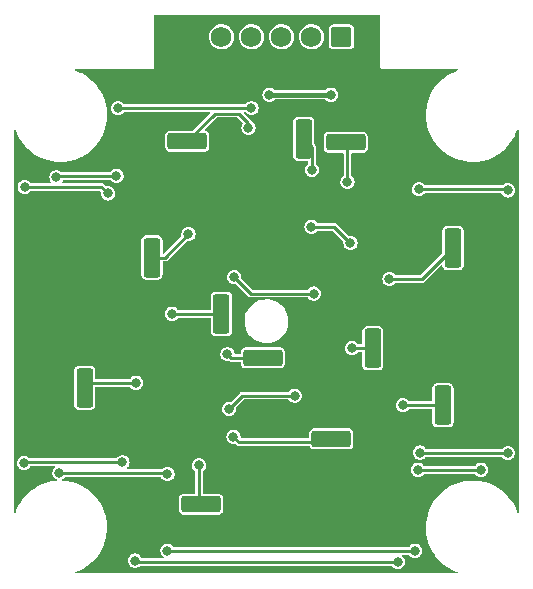
<source format=gbl>
G04 #@! TF.GenerationSoftware,KiCad,Pcbnew,(6.0.7)*
G04 #@! TF.CreationDate,2023-04-22T02:00:50-05:00*
G04 #@! TF.ProjectId,LED_BoardRev2,4c45445f-426f-4617-9264-526576322e6b,rev?*
G04 #@! TF.SameCoordinates,Original*
G04 #@! TF.FileFunction,Copper,L2,Bot*
G04 #@! TF.FilePolarity,Positive*
%FSLAX46Y46*%
G04 Gerber Fmt 4.6, Leading zero omitted, Abs format (unit mm)*
G04 Created by KiCad (PCBNEW (6.0.7)) date 2023-04-22 02:00:50*
%MOMM*%
%LPD*%
G01*
G04 APERTURE LIST*
G04 Aperture macros list*
%AMRoundRect*
0 Rectangle with rounded corners*
0 $1 Rounding radius*
0 $2 $3 $4 $5 $6 $7 $8 $9 X,Y pos of 4 corners*
0 Add a 4 corners polygon primitive as box body*
4,1,4,$2,$3,$4,$5,$6,$7,$8,$9,$2,$3,0*
0 Add four circle primitives for the rounded corners*
1,1,$1+$1,$2,$3*
1,1,$1+$1,$4,$5*
1,1,$1+$1,$6,$7*
1,1,$1+$1,$8,$9*
0 Add four rect primitives between the rounded corners*
20,1,$1+$1,$2,$3,$4,$5,0*
20,1,$1+$1,$4,$5,$6,$7,0*
20,1,$1+$1,$6,$7,$8,$9,0*
20,1,$1+$1,$8,$9,$2,$3,0*%
G04 Aperture macros list end*
G04 #@! TA.AperFunction,ComponentPad*
%ADD10RoundRect,0.250000X0.620000X0.620000X-0.620000X0.620000X-0.620000X-0.620000X0.620000X-0.620000X0*%
G04 #@! TD*
G04 #@! TA.AperFunction,ComponentPad*
%ADD11C,1.740000*%
G04 #@! TD*
G04 #@! TA.AperFunction,SMDPad,CuDef*
%ADD12RoundRect,0.249999X-1.425001X0.450001X-1.425001X-0.450001X1.425001X-0.450001X1.425001X0.450001X0*%
G04 #@! TD*
G04 #@! TA.AperFunction,SMDPad,CuDef*
%ADD13RoundRect,0.249999X0.450001X1.425001X-0.450001X1.425001X-0.450001X-1.425001X0.450001X-1.425001X0*%
G04 #@! TD*
G04 #@! TA.AperFunction,SMDPad,CuDef*
%ADD14RoundRect,0.249999X-0.450001X-1.425001X0.450001X-1.425001X0.450001X1.425001X-0.450001X1.425001X0*%
G04 #@! TD*
G04 #@! TA.AperFunction,SMDPad,CuDef*
%ADD15RoundRect,0.249999X1.425001X-0.450001X1.425001X0.450001X-1.425001X0.450001X-1.425001X-0.450001X0*%
G04 #@! TD*
G04 #@! TA.AperFunction,ViaPad*
%ADD16C,0.800000*%
G04 #@! TD*
G04 #@! TA.AperFunction,Conductor*
%ADD17C,0.381000*%
G04 #@! TD*
G04 #@! TA.AperFunction,Conductor*
%ADD18C,0.250000*%
G04 #@! TD*
G04 APERTURE END LIST*
D10*
X143510000Y-85140800D03*
D11*
X140970000Y-85140800D03*
X138430000Y-85140800D03*
X135890000Y-85140800D03*
X133350000Y-85140800D03*
X130810000Y-85140800D03*
D12*
X142646400Y-119174800D03*
X142646400Y-125274800D03*
D13*
X127459200Y-103835200D03*
X121359200Y-103835200D03*
D14*
X121765600Y-114858800D03*
X127865600Y-114858800D03*
D15*
X131622800Y-124716000D03*
X131622800Y-118616000D03*
D12*
X130454400Y-93978000D03*
X130454400Y-100078000D03*
X136855200Y-112316800D03*
X136855200Y-118416800D03*
D13*
X152960800Y-103022400D03*
X146860800Y-103022400D03*
X146153600Y-111506000D03*
X140053600Y-111506000D03*
X140311600Y-93776800D03*
X134211600Y-93776800D03*
X152097200Y-116332000D03*
X145997200Y-116332000D03*
D12*
X143865600Y-94079600D03*
X143865600Y-100179600D03*
D13*
X133352000Y-108610400D03*
X127252000Y-108610400D03*
D16*
X137414000Y-90043000D03*
X142621000Y-90043000D03*
X124968000Y-121158000D03*
X148285200Y-129590800D03*
X116687600Y-97840800D03*
X123748800Y-98399600D03*
X150063200Y-98044000D03*
X157581600Y-98145600D03*
X150164800Y-120345200D03*
X157581600Y-120396000D03*
X116636800Y-121208800D03*
X126034800Y-129489200D03*
X134010400Y-116636800D03*
X139547600Y-115519200D03*
X155321000Y-121793000D03*
X119380000Y-97028000D03*
X135890000Y-91186000D03*
X128778000Y-128651000D03*
X149987000Y-121793000D03*
X124587000Y-91186000D03*
X124460000Y-96901000D03*
X119634000Y-122047000D03*
X128778000Y-122174000D03*
X149733000Y-128651000D03*
X134416800Y-105460800D03*
X141173200Y-106883200D03*
X123444000Y-103759000D03*
X134366000Y-118999000D03*
X131445000Y-121412000D03*
X148717000Y-116332000D03*
X133858000Y-112014000D03*
X147574000Y-105664000D03*
X130556000Y-101854000D03*
X135636000Y-92837000D03*
X144018000Y-97409000D03*
X129159000Y-108585000D03*
X141007500Y-96393000D03*
X140970000Y-101219000D03*
X144272000Y-102616000D03*
X126111000Y-114427000D03*
X144399000Y-111506000D03*
D17*
X142621000Y-90043000D02*
X137414000Y-90043000D01*
D18*
X116687600Y-97840800D02*
X123190000Y-97840800D01*
X157581600Y-120396000D02*
X150215600Y-120396000D01*
X124968000Y-121158000D02*
X116687600Y-121158000D01*
X150215600Y-120396000D02*
X150164800Y-120345200D01*
X126136400Y-129590800D02*
X126034800Y-129489200D01*
X148285200Y-129590800D02*
X126136400Y-129590800D01*
X123190000Y-97840800D02*
X123748800Y-98399600D01*
X150063200Y-98044000D02*
X157480000Y-98044000D01*
X116687600Y-121158000D02*
X116636800Y-121208800D01*
X157480000Y-98044000D02*
X157581600Y-98145600D01*
X135128000Y-115519200D02*
X134010400Y-116636800D01*
X139547600Y-115519200D02*
X135128000Y-115519200D01*
X128651000Y-122047000D02*
X128778000Y-122174000D01*
X128778000Y-128651000D02*
X149733000Y-128651000D01*
X124460000Y-96901000D02*
X119507000Y-96901000D01*
X149987000Y-121793000D02*
X155321000Y-121793000D01*
X119507000Y-96901000D02*
X119380000Y-97028000D01*
X135890000Y-91186000D02*
X124587000Y-91186000D01*
X119634000Y-122047000D02*
X128651000Y-122047000D01*
X134416800Y-105460800D02*
X135839200Y-106883200D01*
X135839200Y-106883200D02*
X141173200Y-106883200D01*
X134808800Y-119441800D02*
X134366000Y-118999000D01*
X142379400Y-119441800D02*
X134808800Y-119441800D01*
X142646400Y-119174800D02*
X142379400Y-119441800D01*
X131445000Y-124538200D02*
X131445000Y-121412000D01*
X131622800Y-124716000D02*
X131445000Y-124538200D01*
X152097200Y-116332000D02*
X148717000Y-116332000D01*
X136855200Y-112316800D02*
X134160800Y-112316800D01*
X134160800Y-112316800D02*
X133858000Y-112014000D01*
X147574000Y-105664000D02*
X150319200Y-105664000D01*
X150319200Y-105664000D02*
X152960800Y-103022400D01*
X128574800Y-103835200D02*
X130556000Y-101854000D01*
X127459200Y-103835200D02*
X128574800Y-103835200D01*
X132796400Y-91636000D02*
X134816000Y-91636000D01*
X130454400Y-93978000D02*
X132796400Y-91636000D01*
X134816000Y-91636000D02*
X135636000Y-92456000D01*
X135636000Y-92456000D02*
X135636000Y-92837000D01*
X144018000Y-94232000D02*
X144018000Y-97409000D01*
X143865600Y-94079600D02*
X144018000Y-94232000D01*
X133326600Y-108585000D02*
X129159000Y-108585000D01*
X133352000Y-108610400D02*
X133326600Y-108585000D01*
X142875000Y-101219000D02*
X144272000Y-102616000D01*
X141007500Y-94472700D02*
X141007500Y-96393000D01*
X140311600Y-93776800D02*
X141007500Y-94472700D01*
X140970000Y-101219000D02*
X142875000Y-101219000D01*
X122197400Y-114427000D02*
X126111000Y-114427000D01*
X121765600Y-114858800D02*
X122197400Y-114427000D01*
X146153600Y-111506000D02*
X144399000Y-111506000D01*
G04 #@! TA.AperFunction,Conductor*
G36*
X146767794Y-83330306D02*
G01*
X146786100Y-83374500D01*
X146786100Y-87717836D01*
X146785453Y-87726804D01*
X146782043Y-87750323D01*
X146791963Y-87772142D01*
X146795031Y-87780392D01*
X146801778Y-87803389D01*
X146808141Y-87808910D01*
X146808697Y-87809932D01*
X146809520Y-87810757D01*
X146813008Y-87818428D01*
X146820550Y-87823298D01*
X146820551Y-87823299D01*
X146833134Y-87831424D01*
X146840186Y-87836718D01*
X146858283Y-87852422D01*
X146866621Y-87853631D01*
X146868842Y-87854848D01*
X146870201Y-87855357D01*
X146875859Y-87859011D01*
X146876473Y-87859100D01*
X146899836Y-87859100D01*
X146908804Y-87859747D01*
X146923438Y-87861869D01*
X146923439Y-87861869D01*
X146932323Y-87863157D01*
X146940126Y-87859609D01*
X146947314Y-87859100D01*
X153347363Y-87859100D01*
X153391557Y-87877406D01*
X153409863Y-87921600D01*
X153391557Y-87965794D01*
X153368688Y-87980349D01*
X153088333Y-88082113D01*
X152897024Y-88173978D01*
X152733075Y-88252705D01*
X152733071Y-88252707D01*
X152731674Y-88253378D01*
X152393789Y-88459219D01*
X152392548Y-88460156D01*
X152079261Y-88696663D01*
X152079256Y-88696667D01*
X152078019Y-88697601D01*
X151787486Y-88966167D01*
X151525064Y-89262261D01*
X151524158Y-89263515D01*
X151341077Y-89516897D01*
X151293347Y-89582954D01*
X151094627Y-89925076D01*
X151093985Y-89926488D01*
X151093984Y-89926490D01*
X150931510Y-90283832D01*
X150931506Y-90283841D01*
X150930869Y-90285243D01*
X150803692Y-90659893D01*
X150783103Y-90748722D01*
X150714703Y-91043815D01*
X150714701Y-91043825D01*
X150714354Y-91045323D01*
X150663739Y-91437719D01*
X150652347Y-91833202D01*
X150652456Y-91834740D01*
X150652456Y-91834746D01*
X150666256Y-92029650D01*
X150680290Y-92227862D01*
X150680553Y-92229395D01*
X150680554Y-92229400D01*
X150719223Y-92454437D01*
X150747293Y-92617795D01*
X150852692Y-92999145D01*
X150853251Y-93000590D01*
X150853253Y-93000596D01*
X150931587Y-93203075D01*
X150995446Y-93368141D01*
X151073372Y-93522075D01*
X151100553Y-93575766D01*
X151174143Y-93721135D01*
X151174971Y-93722432D01*
X151174972Y-93722434D01*
X151298183Y-93915464D01*
X151387015Y-94054635D01*
X151387982Y-94055861D01*
X151627474Y-94359655D01*
X151631958Y-94365343D01*
X151744256Y-94481835D01*
X151893623Y-94636779D01*
X151906549Y-94650188D01*
X151907730Y-94651191D01*
X152206895Y-94905351D01*
X152206903Y-94905357D01*
X152208074Y-94906352D01*
X152209346Y-94907231D01*
X152209351Y-94907235D01*
X152405208Y-95042600D01*
X152533549Y-95131302D01*
X152706654Y-95227058D01*
X152878398Y-95322062D01*
X152878403Y-95322064D01*
X152879758Y-95322814D01*
X152881185Y-95323427D01*
X152881191Y-95323430D01*
X153063533Y-95401770D01*
X153243275Y-95478993D01*
X153244756Y-95479461D01*
X153244763Y-95479464D01*
X153619020Y-95597826D01*
X153619025Y-95597827D01*
X153620507Y-95598296D01*
X153622028Y-95598615D01*
X153622035Y-95598617D01*
X154006193Y-95679221D01*
X154007723Y-95679542D01*
X154009272Y-95679709D01*
X154009279Y-95679710D01*
X154277607Y-95708623D01*
X154401093Y-95721929D01*
X154443845Y-95723160D01*
X154457990Y-95723568D01*
X154457999Y-95723568D01*
X154458411Y-95723580D01*
X154729472Y-95723580D01*
X154978265Y-95711194D01*
X155023733Y-95708931D01*
X155023735Y-95708931D01*
X155025278Y-95708854D01*
X155026813Y-95708623D01*
X155026815Y-95708623D01*
X155414988Y-95650264D01*
X155414994Y-95650263D01*
X155416529Y-95650032D01*
X155418030Y-95649651D01*
X155418034Y-95649650D01*
X155798503Y-95553023D01*
X155798509Y-95553021D01*
X155800002Y-95552642D01*
X156075413Y-95452672D01*
X156170439Y-95418180D01*
X156170441Y-95418179D01*
X156171907Y-95417647D01*
X156443625Y-95287170D01*
X156527165Y-95247055D01*
X156527169Y-95247053D01*
X156528566Y-95246382D01*
X156866451Y-95040541D01*
X156952133Y-94975858D01*
X157180979Y-94803097D01*
X157180984Y-94803093D01*
X157182221Y-94802159D01*
X157242549Y-94746393D01*
X157471619Y-94534642D01*
X157472754Y-94533593D01*
X157735176Y-94237499D01*
X157966893Y-93916806D01*
X158164127Y-93577242D01*
X158164836Y-93576022D01*
X158164837Y-93576019D01*
X158165613Y-93574684D01*
X158223932Y-93446419D01*
X158328730Y-93215928D01*
X158328734Y-93215919D01*
X158329371Y-93214517D01*
X158399217Y-93008758D01*
X158430757Y-92972793D01*
X158478490Y-92969665D01*
X158514455Y-93001205D01*
X158520900Y-93028848D01*
X158520900Y-125399078D01*
X158502594Y-125443272D01*
X158458400Y-125461578D01*
X158414206Y-125443272D01*
X158400110Y-125421629D01*
X158381985Y-125374779D01*
X158264794Y-125071859D01*
X158086097Y-124718865D01*
X158085268Y-124717566D01*
X157874062Y-124386676D01*
X157874060Y-124386673D01*
X157873225Y-124385365D01*
X157708996Y-124177042D01*
X157629249Y-124075883D01*
X157629244Y-124075877D01*
X157628282Y-124074657D01*
X157353691Y-123789812D01*
X157176055Y-123638899D01*
X157053345Y-123534649D01*
X157053337Y-123534643D01*
X157052166Y-123533648D01*
X157050894Y-123532769D01*
X157050889Y-123532765D01*
X156727970Y-123309582D01*
X156726691Y-123308698D01*
X156517437Y-123192945D01*
X156381842Y-123117938D01*
X156381837Y-123117936D01*
X156380482Y-123117186D01*
X156379055Y-123116573D01*
X156379049Y-123116570D01*
X156158511Y-123021820D01*
X156016965Y-122961007D01*
X156015484Y-122960539D01*
X156015477Y-122960536D01*
X155641220Y-122842174D01*
X155641215Y-122842173D01*
X155639733Y-122841704D01*
X155638212Y-122841385D01*
X155638205Y-122841383D01*
X155254047Y-122760779D01*
X155254046Y-122760779D01*
X155252517Y-122760458D01*
X155250968Y-122760291D01*
X155250961Y-122760290D01*
X154891322Y-122721538D01*
X154859147Y-122718071D01*
X154816395Y-122716840D01*
X154802250Y-122716432D01*
X154802241Y-122716432D01*
X154801829Y-122716420D01*
X154530768Y-122716420D01*
X154281975Y-122728806D01*
X154236507Y-122731069D01*
X154236505Y-122731069D01*
X154234962Y-122731146D01*
X154233427Y-122731377D01*
X154233425Y-122731377D01*
X153845252Y-122789736D01*
X153845246Y-122789737D01*
X153843711Y-122789968D01*
X153842210Y-122790349D01*
X153842206Y-122790350D01*
X153461737Y-122886977D01*
X153461731Y-122886979D01*
X153460238Y-122887358D01*
X153088333Y-123022353D01*
X152897024Y-123114218D01*
X152733075Y-123192945D01*
X152733071Y-123192947D01*
X152731674Y-123193618D01*
X152393789Y-123399459D01*
X152392548Y-123400396D01*
X152079261Y-123636903D01*
X152079256Y-123636907D01*
X152078019Y-123637841D01*
X152076879Y-123638895D01*
X152076874Y-123638899D01*
X151914703Y-123788809D01*
X151787486Y-123906407D01*
X151525064Y-124202501D01*
X151293347Y-124523194D01*
X151094627Y-124865316D01*
X151093985Y-124866728D01*
X151093984Y-124866730D01*
X150931510Y-125224072D01*
X150931506Y-125224081D01*
X150930869Y-125225483D01*
X150803692Y-125600133D01*
X150803341Y-125601648D01*
X150714703Y-125984055D01*
X150714701Y-125984065D01*
X150714354Y-125985563D01*
X150663739Y-126377959D01*
X150652347Y-126773442D01*
X150680290Y-127168102D01*
X150747293Y-127558035D01*
X150852692Y-127939385D01*
X150853251Y-127940830D01*
X150853253Y-127940836D01*
X150926031Y-128128955D01*
X150995446Y-128308381D01*
X151004112Y-128325500D01*
X151168891Y-128651000D01*
X151174143Y-128661375D01*
X151174971Y-128662672D01*
X151174972Y-128662674D01*
X151316278Y-128884053D01*
X151387015Y-128994875D01*
X151456640Y-129083194D01*
X151621047Y-129291742D01*
X151631958Y-129305583D01*
X151906549Y-129590428D01*
X151971917Y-129645962D01*
X152206895Y-129845591D01*
X152206903Y-129845597D01*
X152208074Y-129846592D01*
X152209346Y-129847471D01*
X152209351Y-129847475D01*
X152461250Y-130021573D01*
X152533549Y-130071542D01*
X152615551Y-130116903D01*
X152878398Y-130262302D01*
X152878403Y-130262304D01*
X152879758Y-130263054D01*
X152881185Y-130263667D01*
X152881191Y-130263670D01*
X153063533Y-130342010D01*
X153243275Y-130419233D01*
X153244756Y-130419701D01*
X153244763Y-130419704D01*
X153368413Y-130458809D01*
X153405030Y-130489589D01*
X153409158Y-130537246D01*
X153378378Y-130573863D01*
X153349567Y-130580900D01*
X120972637Y-130580900D01*
X120928443Y-130562594D01*
X120910137Y-130518400D01*
X120928443Y-130474206D01*
X120951312Y-130459651D01*
X121230199Y-130358420D01*
X121230201Y-130358419D01*
X121231667Y-130357887D01*
X121430723Y-130262302D01*
X121586925Y-130187295D01*
X121586929Y-130187293D01*
X121588326Y-130186622D01*
X121926211Y-129980781D01*
X122171924Y-129795287D01*
X122240739Y-129743337D01*
X122240744Y-129743333D01*
X122241981Y-129742399D01*
X122342211Y-129649748D01*
X122515890Y-129489200D01*
X125429118Y-129489200D01*
X125449756Y-129645962D01*
X125451324Y-129649747D01*
X125451324Y-129649748D01*
X125490090Y-129743337D01*
X125510264Y-129792041D01*
X125606518Y-129917482D01*
X125731959Y-130013736D01*
X125735742Y-130015303D01*
X125874252Y-130072676D01*
X125874253Y-130072676D01*
X125878038Y-130074244D01*
X125882100Y-130074779D01*
X125882101Y-130074779D01*
X126030736Y-130094347D01*
X126034800Y-130094882D01*
X126038864Y-130094347D01*
X126187499Y-130074779D01*
X126187500Y-130074779D01*
X126191562Y-130074244D01*
X126195347Y-130072676D01*
X126195348Y-130072676D01*
X126333858Y-130015303D01*
X126337641Y-130013736D01*
X126447791Y-129929215D01*
X126485839Y-129916300D01*
X147747229Y-129916300D01*
X147791423Y-129934606D01*
X147796811Y-129940748D01*
X147856918Y-130019082D01*
X147982359Y-130115336D01*
X147986142Y-130116903D01*
X148124652Y-130174276D01*
X148124653Y-130174276D01*
X148128438Y-130175844D01*
X148132500Y-130176379D01*
X148132501Y-130176379D01*
X148281136Y-130195947D01*
X148285200Y-130196482D01*
X148289264Y-130195947D01*
X148437899Y-130176379D01*
X148437900Y-130176379D01*
X148441962Y-130175844D01*
X148445747Y-130174276D01*
X148445748Y-130174276D01*
X148584258Y-130116903D01*
X148588041Y-130115336D01*
X148713482Y-130019082D01*
X148809736Y-129893641D01*
X148853387Y-129788258D01*
X148868676Y-129751348D01*
X148868676Y-129751347D01*
X148870244Y-129747562D01*
X148890882Y-129590800D01*
X148870244Y-129434038D01*
X148809736Y-129287959D01*
X148713482Y-129162518D01*
X148710237Y-129160028D01*
X148710234Y-129160025D01*
X148617131Y-129088585D01*
X148593213Y-129047158D01*
X148605593Y-129000953D01*
X148647020Y-128977035D01*
X148655178Y-128976500D01*
X149195029Y-128976500D01*
X149239223Y-128994806D01*
X149244611Y-129000948D01*
X149304718Y-129079282D01*
X149430159Y-129175536D01*
X149433942Y-129177103D01*
X149572452Y-129234476D01*
X149572453Y-129234476D01*
X149576238Y-129236044D01*
X149580300Y-129236579D01*
X149580301Y-129236579D01*
X149728936Y-129256147D01*
X149733000Y-129256682D01*
X149737064Y-129256147D01*
X149885699Y-129236579D01*
X149885700Y-129236579D01*
X149889762Y-129236044D01*
X149893547Y-129234476D01*
X149893548Y-129234476D01*
X150032058Y-129177103D01*
X150035841Y-129175536D01*
X150161282Y-129079282D01*
X150257536Y-128953841D01*
X150318044Y-128807762D01*
X150338682Y-128651000D01*
X150324443Y-128542840D01*
X150318579Y-128498301D01*
X150318579Y-128498300D01*
X150318044Y-128494238D01*
X150257536Y-128348159D01*
X150161282Y-128222718D01*
X150035841Y-128126464D01*
X150032058Y-128124897D01*
X149893548Y-128067524D01*
X149893547Y-128067524D01*
X149889762Y-128065956D01*
X149885700Y-128065421D01*
X149885699Y-128065421D01*
X149737064Y-128045853D01*
X149733000Y-128045318D01*
X149728936Y-128045853D01*
X149580301Y-128065421D01*
X149580300Y-128065421D01*
X149576238Y-128065956D01*
X149572453Y-128067524D01*
X149572452Y-128067524D01*
X149433942Y-128124897D01*
X149430159Y-128126464D01*
X149304718Y-128222718D01*
X149244614Y-128301048D01*
X149203187Y-128324965D01*
X149195029Y-128325500D01*
X129315971Y-128325500D01*
X129271777Y-128307194D01*
X129266386Y-128301048D01*
X129206282Y-128222718D01*
X129080841Y-128126464D01*
X129077058Y-128124897D01*
X128938548Y-128067524D01*
X128938547Y-128067524D01*
X128934762Y-128065956D01*
X128930700Y-128065421D01*
X128930699Y-128065421D01*
X128782064Y-128045853D01*
X128778000Y-128045318D01*
X128773936Y-128045853D01*
X128625301Y-128065421D01*
X128625300Y-128065421D01*
X128621238Y-128065956D01*
X128617453Y-128067524D01*
X128617452Y-128067524D01*
X128478942Y-128124897D01*
X128475159Y-128126464D01*
X128349718Y-128222718D01*
X128253464Y-128348159D01*
X128192956Y-128494238D01*
X128192421Y-128498300D01*
X128192421Y-128498301D01*
X128186557Y-128542840D01*
X128172318Y-128651000D01*
X128192956Y-128807762D01*
X128253464Y-128953841D01*
X128349718Y-129079282D01*
X128352963Y-129081772D01*
X128352966Y-129081775D01*
X128446069Y-129153215D01*
X128469987Y-129194642D01*
X128457607Y-129240847D01*
X128416180Y-129264765D01*
X128408022Y-129265300D01*
X126633796Y-129265300D01*
X126589602Y-129246994D01*
X126576054Y-129226718D01*
X126560903Y-129190141D01*
X126560901Y-129190138D01*
X126559336Y-129186359D01*
X126463082Y-129060918D01*
X126337641Y-128964664D01*
X126302379Y-128950058D01*
X126195348Y-128905724D01*
X126195347Y-128905724D01*
X126191562Y-128904156D01*
X126187500Y-128903621D01*
X126187499Y-128903621D01*
X126038864Y-128884053D01*
X126034800Y-128883518D01*
X126030736Y-128884053D01*
X125882101Y-128903621D01*
X125882100Y-128903621D01*
X125878038Y-128904156D01*
X125874253Y-128905724D01*
X125874252Y-128905724D01*
X125767221Y-128950058D01*
X125731959Y-128964664D01*
X125606518Y-129060918D01*
X125510264Y-129186359D01*
X125508697Y-129190142D01*
X125460417Y-129306701D01*
X125449756Y-129332438D01*
X125429118Y-129489200D01*
X122515890Y-129489200D01*
X122532514Y-129473833D01*
X122794936Y-129177739D01*
X122875482Y-129066264D01*
X123025743Y-128858306D01*
X123025747Y-128858300D01*
X123026653Y-128857046D01*
X123225373Y-128514924D01*
X123236500Y-128490452D01*
X123388490Y-128156168D01*
X123388494Y-128156159D01*
X123389131Y-128154757D01*
X123516308Y-127780107D01*
X123567782Y-127558035D01*
X123605297Y-127396185D01*
X123605299Y-127396175D01*
X123605646Y-127394677D01*
X123656261Y-127002281D01*
X123667653Y-126606798D01*
X123639710Y-126212138D01*
X123572707Y-125822205D01*
X123467308Y-125440855D01*
X123443450Y-125379184D01*
X123325116Y-125073312D01*
X123324554Y-125071859D01*
X123145857Y-124718865D01*
X123145028Y-124717566D01*
X122933822Y-124386676D01*
X122933820Y-124386673D01*
X122932985Y-124385365D01*
X122796445Y-124212165D01*
X129747300Y-124212165D01*
X129747301Y-125219834D01*
X129750281Y-125251370D01*
X129795166Y-125379184D01*
X129797939Y-125382939D01*
X129797941Y-125382942D01*
X129872875Y-125484393D01*
X129875650Y-125488150D01*
X129879407Y-125490925D01*
X129980858Y-125565859D01*
X129980861Y-125565861D01*
X129984616Y-125568634D01*
X130112430Y-125613519D01*
X130124294Y-125614640D01*
X130142501Y-125616362D01*
X130142509Y-125616362D01*
X130143965Y-125616500D01*
X131622298Y-125616500D01*
X133101634Y-125616499D01*
X133120368Y-125614729D01*
X133129383Y-125613877D01*
X133129384Y-125613877D01*
X133133170Y-125613519D01*
X133260984Y-125568634D01*
X133264739Y-125565861D01*
X133264742Y-125565859D01*
X133366193Y-125490925D01*
X133369950Y-125488150D01*
X133372725Y-125484393D01*
X133447659Y-125382942D01*
X133447661Y-125382939D01*
X133450434Y-125379184D01*
X133495319Y-125251370D01*
X133496440Y-125239506D01*
X133498162Y-125221299D01*
X133498162Y-125221291D01*
X133498300Y-125219835D01*
X133498299Y-124212166D01*
X133495319Y-124180630D01*
X133450434Y-124052816D01*
X133447661Y-124049061D01*
X133447659Y-124049058D01*
X133372725Y-123947607D01*
X133369950Y-123943850D01*
X133319257Y-123906407D01*
X133264742Y-123866141D01*
X133264739Y-123866139D01*
X133260984Y-123863366D01*
X133133170Y-123818481D01*
X133121306Y-123817360D01*
X133103099Y-123815638D01*
X133103091Y-123815638D01*
X133101635Y-123815500D01*
X131833000Y-123815500D01*
X131788806Y-123797194D01*
X131770500Y-123753000D01*
X131770500Y-121949971D01*
X131788806Y-121905777D01*
X131794948Y-121900389D01*
X131873282Y-121840282D01*
X131909563Y-121793000D01*
X149381318Y-121793000D01*
X149381853Y-121797064D01*
X149395456Y-121900386D01*
X149401956Y-121949762D01*
X149403524Y-121953547D01*
X149403524Y-121953548D01*
X149431588Y-122021301D01*
X149462464Y-122095841D01*
X149558718Y-122221282D01*
X149684159Y-122317536D01*
X149687942Y-122319103D01*
X149826452Y-122376476D01*
X149826453Y-122376476D01*
X149830238Y-122378044D01*
X149834300Y-122378579D01*
X149834301Y-122378579D01*
X149982936Y-122398147D01*
X149987000Y-122398682D01*
X149991064Y-122398147D01*
X150139699Y-122378579D01*
X150139700Y-122378579D01*
X150143762Y-122378044D01*
X150147547Y-122376476D01*
X150147548Y-122376476D01*
X150286058Y-122319103D01*
X150289841Y-122317536D01*
X150415282Y-122221282D01*
X150475387Y-122142952D01*
X150516813Y-122119035D01*
X150524971Y-122118500D01*
X154783029Y-122118500D01*
X154827223Y-122136806D01*
X154832611Y-122142948D01*
X154892718Y-122221282D01*
X155018159Y-122317536D01*
X155021942Y-122319103D01*
X155160452Y-122376476D01*
X155160453Y-122376476D01*
X155164238Y-122378044D01*
X155168300Y-122378579D01*
X155168301Y-122378579D01*
X155316936Y-122398147D01*
X155321000Y-122398682D01*
X155325064Y-122398147D01*
X155473699Y-122378579D01*
X155473700Y-122378579D01*
X155477762Y-122378044D01*
X155481547Y-122376476D01*
X155481548Y-122376476D01*
X155620058Y-122319103D01*
X155623841Y-122317536D01*
X155749282Y-122221282D01*
X155845536Y-122095841D01*
X155876412Y-122021301D01*
X155904476Y-121953548D01*
X155904476Y-121953547D01*
X155906044Y-121949762D01*
X155912545Y-121900386D01*
X155926147Y-121797064D01*
X155926682Y-121793000D01*
X155926147Y-121788936D01*
X155906579Y-121640301D01*
X155906579Y-121640300D01*
X155906044Y-121636238D01*
X155897755Y-121616225D01*
X155847103Y-121493942D01*
X155845536Y-121490159D01*
X155749282Y-121364718D01*
X155623841Y-121268464D01*
X155591911Y-121255238D01*
X155481548Y-121209524D01*
X155481547Y-121209524D01*
X155477762Y-121207956D01*
X155473700Y-121207421D01*
X155473699Y-121207421D01*
X155325064Y-121187853D01*
X155321000Y-121187318D01*
X155316936Y-121187853D01*
X155168301Y-121207421D01*
X155168300Y-121207421D01*
X155164238Y-121207956D01*
X155160453Y-121209524D01*
X155160452Y-121209524D01*
X155050089Y-121255238D01*
X155018159Y-121268464D01*
X154892718Y-121364718D01*
X154832614Y-121443048D01*
X154791187Y-121466965D01*
X154783029Y-121467500D01*
X150524971Y-121467500D01*
X150480777Y-121449194D01*
X150475386Y-121443048D01*
X150415282Y-121364718D01*
X150289841Y-121268464D01*
X150257911Y-121255238D01*
X150147548Y-121209524D01*
X150147547Y-121209524D01*
X150143762Y-121207956D01*
X150139700Y-121207421D01*
X150139699Y-121207421D01*
X149991064Y-121187853D01*
X149987000Y-121187318D01*
X149982936Y-121187853D01*
X149834301Y-121207421D01*
X149834300Y-121207421D01*
X149830238Y-121207956D01*
X149826453Y-121209524D01*
X149826452Y-121209524D01*
X149716089Y-121255238D01*
X149684159Y-121268464D01*
X149558718Y-121364718D01*
X149462464Y-121490159D01*
X149460897Y-121493942D01*
X149410246Y-121616225D01*
X149401956Y-121636238D01*
X149401421Y-121640300D01*
X149401421Y-121640301D01*
X149381853Y-121788936D01*
X149381318Y-121793000D01*
X131909563Y-121793000D01*
X131969536Y-121714841D01*
X132000412Y-121640301D01*
X132028476Y-121572548D01*
X132028476Y-121572547D01*
X132030044Y-121568762D01*
X132041199Y-121484035D01*
X132050147Y-121416064D01*
X132050682Y-121412000D01*
X132045067Y-121369348D01*
X132030579Y-121259301D01*
X132030579Y-121259300D01*
X132030044Y-121255238D01*
X132009126Y-121204736D01*
X131971103Y-121112942D01*
X131969536Y-121109159D01*
X131873282Y-120983718D01*
X131747841Y-120887464D01*
X131669850Y-120855159D01*
X131605548Y-120828524D01*
X131605547Y-120828524D01*
X131601762Y-120826956D01*
X131597700Y-120826421D01*
X131597699Y-120826421D01*
X131449064Y-120806853D01*
X131445000Y-120806318D01*
X131440936Y-120806853D01*
X131292301Y-120826421D01*
X131292300Y-120826421D01*
X131288238Y-120826956D01*
X131284453Y-120828524D01*
X131284452Y-120828524D01*
X131220150Y-120855159D01*
X131142159Y-120887464D01*
X131016718Y-120983718D01*
X130920464Y-121109159D01*
X130918897Y-121112942D01*
X130880875Y-121204736D01*
X130859956Y-121255238D01*
X130859421Y-121259300D01*
X130859421Y-121259301D01*
X130844933Y-121369348D01*
X130839318Y-121412000D01*
X130839853Y-121416064D01*
X130848802Y-121484035D01*
X130859956Y-121568762D01*
X130861524Y-121572547D01*
X130861524Y-121572548D01*
X130889588Y-121640301D01*
X130920464Y-121714841D01*
X131016718Y-121840282D01*
X131095048Y-121900387D01*
X131118965Y-121941813D01*
X131119500Y-121949971D01*
X131119500Y-123753001D01*
X131101194Y-123797195D01*
X131057000Y-123815501D01*
X130143966Y-123815501D01*
X130125232Y-123817271D01*
X130116217Y-123818123D01*
X130116216Y-123818123D01*
X130112430Y-123818481D01*
X129984616Y-123863366D01*
X129980861Y-123866139D01*
X129980858Y-123866141D01*
X129926343Y-123906407D01*
X129875650Y-123943850D01*
X129872875Y-123947607D01*
X129797941Y-124049058D01*
X129797939Y-124049061D01*
X129795166Y-124052816D01*
X129750281Y-124180630D01*
X129749923Y-124184417D01*
X129749923Y-124184419D01*
X129747439Y-124210698D01*
X129747300Y-124212165D01*
X122796445Y-124212165D01*
X122768756Y-124177042D01*
X122689009Y-124075883D01*
X122689004Y-124075877D01*
X122688042Y-124074657D01*
X122413451Y-123789812D01*
X122235815Y-123638899D01*
X122113105Y-123534649D01*
X122113097Y-123534643D01*
X122111926Y-123533648D01*
X122110654Y-123532769D01*
X122110649Y-123532765D01*
X121787730Y-123309582D01*
X121786451Y-123308698D01*
X121577197Y-123192945D01*
X121441602Y-123117938D01*
X121441597Y-123117936D01*
X121440242Y-123117186D01*
X121438815Y-123116573D01*
X121438809Y-123116570D01*
X121218271Y-123021820D01*
X121076725Y-122961007D01*
X121075244Y-122960539D01*
X121075237Y-122960536D01*
X120700980Y-122842174D01*
X120700975Y-122842173D01*
X120699493Y-122841704D01*
X120697972Y-122841385D01*
X120697965Y-122841383D01*
X120313807Y-122760779D01*
X120313806Y-122760779D01*
X120312277Y-122760458D01*
X120310728Y-122760291D01*
X120310721Y-122760290D01*
X119951082Y-122721538D01*
X119918907Y-122718071D01*
X119908076Y-122717759D01*
X119896946Y-122717438D01*
X119853298Y-122697866D01*
X119836273Y-122653163D01*
X119855845Y-122609515D01*
X119874824Y-122597224D01*
X119936841Y-122571536D01*
X120062282Y-122475282D01*
X120122387Y-122396952D01*
X120163813Y-122373035D01*
X120171971Y-122372500D01*
X128168483Y-122372500D01*
X128212677Y-122390806D01*
X128226225Y-122411082D01*
X128253464Y-122476841D01*
X128349718Y-122602282D01*
X128475159Y-122698536D01*
X128478942Y-122700103D01*
X128617452Y-122757476D01*
X128617453Y-122757476D01*
X128621238Y-122759044D01*
X128625300Y-122759579D01*
X128625301Y-122759579D01*
X128773936Y-122779147D01*
X128778000Y-122779682D01*
X128782064Y-122779147D01*
X128930699Y-122759579D01*
X128930700Y-122759579D01*
X128934762Y-122759044D01*
X128938547Y-122757476D01*
X128938548Y-122757476D01*
X129077058Y-122700103D01*
X129080841Y-122698536D01*
X129206282Y-122602282D01*
X129302536Y-122476841D01*
X129363044Y-122330762D01*
X129377885Y-122218037D01*
X129383147Y-122178064D01*
X129383682Y-122174000D01*
X129383147Y-122169936D01*
X129363579Y-122021301D01*
X129363579Y-122021300D01*
X129363044Y-122017238D01*
X129335095Y-121949762D01*
X129304103Y-121874942D01*
X129302536Y-121871159D01*
X129206282Y-121745718D01*
X129080841Y-121649464D01*
X129043114Y-121633837D01*
X128938548Y-121590524D01*
X128938547Y-121590524D01*
X128934762Y-121588956D01*
X128930700Y-121588421D01*
X128930699Y-121588421D01*
X128782064Y-121568853D01*
X128778000Y-121568318D01*
X128773936Y-121568853D01*
X128625301Y-121588421D01*
X128625300Y-121588421D01*
X128621238Y-121588956D01*
X128617453Y-121590524D01*
X128617452Y-121590524D01*
X128512886Y-121633837D01*
X128475159Y-121649464D01*
X128432059Y-121682536D01*
X128398111Y-121708585D01*
X128360063Y-121721500D01*
X125404182Y-121721500D01*
X125359988Y-121703194D01*
X125341682Y-121659000D01*
X125359988Y-121614806D01*
X125366135Y-121609415D01*
X125393034Y-121588775D01*
X125393037Y-121588772D01*
X125396282Y-121586282D01*
X125492536Y-121460841D01*
X125530434Y-121369348D01*
X125551476Y-121318548D01*
X125551476Y-121318547D01*
X125553044Y-121314762D01*
X125560881Y-121255238D01*
X125573147Y-121162064D01*
X125573682Y-121158000D01*
X125559732Y-121052038D01*
X125553579Y-121005301D01*
X125553579Y-121005300D01*
X125553044Y-121001238D01*
X125544680Y-120981044D01*
X125494103Y-120858942D01*
X125492536Y-120855159D01*
X125396282Y-120729718D01*
X125270841Y-120633464D01*
X125198871Y-120603653D01*
X125128548Y-120574524D01*
X125128547Y-120574524D01*
X125124762Y-120572956D01*
X125120700Y-120572421D01*
X125120699Y-120572421D01*
X124972064Y-120552853D01*
X124968000Y-120552318D01*
X124963936Y-120552853D01*
X124815301Y-120572421D01*
X124815300Y-120572421D01*
X124811238Y-120572956D01*
X124807453Y-120574524D01*
X124807452Y-120574524D01*
X124737129Y-120603653D01*
X124665159Y-120633464D01*
X124661913Y-120635955D01*
X124549731Y-120722035D01*
X124539718Y-120729718D01*
X124480941Y-120806318D01*
X124479614Y-120808048D01*
X124438187Y-120831965D01*
X124430029Y-120832500D01*
X117135791Y-120832500D01*
X117091597Y-120814194D01*
X117086207Y-120808048D01*
X117067575Y-120783767D01*
X117065082Y-120780518D01*
X117055913Y-120773482D01*
X116942887Y-120686755D01*
X116939641Y-120684264D01*
X116823013Y-120635955D01*
X116797348Y-120625324D01*
X116797347Y-120625324D01*
X116793562Y-120623756D01*
X116789500Y-120623221D01*
X116789499Y-120623221D01*
X116640864Y-120603653D01*
X116636800Y-120603118D01*
X116632736Y-120603653D01*
X116484101Y-120623221D01*
X116484100Y-120623221D01*
X116480038Y-120623756D01*
X116476253Y-120625324D01*
X116476252Y-120625324D01*
X116450587Y-120635955D01*
X116333959Y-120684264D01*
X116224204Y-120768482D01*
X116217688Y-120773482D01*
X116208518Y-120780518D01*
X116112264Y-120905959D01*
X116110697Y-120909742D01*
X116081087Y-120981228D01*
X116051756Y-121052038D01*
X116031118Y-121208800D01*
X116031653Y-121212864D01*
X116045567Y-121318548D01*
X116051756Y-121365562D01*
X116053324Y-121369347D01*
X116053324Y-121369348D01*
X116093980Y-121467500D01*
X116112264Y-121511641D01*
X116208518Y-121637082D01*
X116333959Y-121733336D01*
X116337742Y-121734903D01*
X116476252Y-121792276D01*
X116476253Y-121792276D01*
X116480038Y-121793844D01*
X116484100Y-121794379D01*
X116484101Y-121794379D01*
X116632736Y-121813947D01*
X116636800Y-121814482D01*
X116640864Y-121813947D01*
X116789499Y-121794379D01*
X116789500Y-121794379D01*
X116793562Y-121793844D01*
X116797347Y-121792276D01*
X116797348Y-121792276D01*
X116935858Y-121734903D01*
X116939641Y-121733336D01*
X117065082Y-121637082D01*
X117128712Y-121554158D01*
X117158843Y-121514890D01*
X117158845Y-121514887D01*
X117161336Y-121511641D01*
X117162155Y-121512270D01*
X117196877Y-121485629D01*
X117213051Y-121483500D01*
X119197818Y-121483500D01*
X119242012Y-121501806D01*
X119260318Y-121546000D01*
X119242012Y-121590194D01*
X119235865Y-121595585D01*
X119208966Y-121616225D01*
X119208963Y-121616228D01*
X119205718Y-121618718D01*
X119109464Y-121744159D01*
X119107897Y-121747942D01*
X119068618Y-121842771D01*
X119048956Y-121890238D01*
X119048421Y-121894300D01*
X119048421Y-121894301D01*
X119041092Y-121949971D01*
X119028318Y-122047000D01*
X119028853Y-122051064D01*
X119037802Y-122119035D01*
X119048956Y-122203762D01*
X119109464Y-122349841D01*
X119205718Y-122475282D01*
X119331159Y-122571536D01*
X119414495Y-122606055D01*
X119448318Y-122639878D01*
X119448319Y-122687713D01*
X119414494Y-122721538D01*
X119393684Y-122726219D01*
X119296267Y-122731069D01*
X119296265Y-122731069D01*
X119294722Y-122731146D01*
X119293187Y-122731377D01*
X119293185Y-122731377D01*
X118905012Y-122789736D01*
X118905006Y-122789737D01*
X118903471Y-122789968D01*
X118901970Y-122790349D01*
X118901966Y-122790350D01*
X118521497Y-122886977D01*
X118521491Y-122886979D01*
X118519998Y-122887358D01*
X118148093Y-123022353D01*
X117956784Y-123114218D01*
X117792835Y-123192945D01*
X117792831Y-123192947D01*
X117791434Y-123193618D01*
X117453549Y-123399459D01*
X117452308Y-123400396D01*
X117139021Y-123636903D01*
X117139016Y-123636907D01*
X117137779Y-123637841D01*
X117136639Y-123638895D01*
X117136634Y-123638899D01*
X116974463Y-123788809D01*
X116847246Y-123906407D01*
X116584824Y-124202501D01*
X116353107Y-124523194D01*
X116154387Y-124865316D01*
X116153745Y-124866728D01*
X116153744Y-124866730D01*
X115991270Y-125224072D01*
X115991266Y-125224081D01*
X115990629Y-125225483D01*
X115990131Y-125226951D01*
X115920783Y-125431242D01*
X115889243Y-125467207D01*
X115841510Y-125470335D01*
X115805545Y-125438795D01*
X115799100Y-125411152D01*
X115799100Y-120345200D01*
X149559118Y-120345200D01*
X149579756Y-120501962D01*
X149640264Y-120648041D01*
X149736518Y-120773482D01*
X149739763Y-120775972D01*
X149749916Y-120783763D01*
X149861959Y-120869736D01*
X149865742Y-120871303D01*
X150004252Y-120928676D01*
X150004253Y-120928676D01*
X150008038Y-120930244D01*
X150012100Y-120930779D01*
X150012101Y-120930779D01*
X150160736Y-120950347D01*
X150164800Y-120950882D01*
X150168864Y-120950347D01*
X150317499Y-120930779D01*
X150317500Y-120930779D01*
X150321562Y-120930244D01*
X150325347Y-120928676D01*
X150325348Y-120928676D01*
X150463858Y-120871303D01*
X150467641Y-120869736D01*
X150550289Y-120806318D01*
X150589836Y-120775973D01*
X150589837Y-120775972D01*
X150593082Y-120773482D01*
X150596575Y-120768930D01*
X150614207Y-120745952D01*
X150655633Y-120722035D01*
X150663791Y-120721500D01*
X157043629Y-120721500D01*
X157087823Y-120739806D01*
X157093211Y-120745948D01*
X157153318Y-120824282D01*
X157156563Y-120826772D01*
X157156564Y-120826773D01*
X157193558Y-120855159D01*
X157278759Y-120920536D01*
X157282542Y-120922103D01*
X157421052Y-120979476D01*
X157421053Y-120979476D01*
X157424838Y-120981044D01*
X157428900Y-120981579D01*
X157428901Y-120981579D01*
X157577536Y-121001147D01*
X157581600Y-121001682D01*
X157585664Y-121001147D01*
X157734299Y-120981579D01*
X157734300Y-120981579D01*
X157738362Y-120981044D01*
X157742147Y-120979476D01*
X157742148Y-120979476D01*
X157880658Y-120922103D01*
X157884441Y-120920536D01*
X158009882Y-120824282D01*
X158106136Y-120698841D01*
X158157630Y-120574524D01*
X158165076Y-120556548D01*
X158165076Y-120556547D01*
X158166644Y-120552762D01*
X158172834Y-120505748D01*
X158186747Y-120400064D01*
X158187282Y-120396000D01*
X158166644Y-120239238D01*
X158106136Y-120093159D01*
X158009882Y-119967718D01*
X157884441Y-119871464D01*
X157812686Y-119841742D01*
X157742148Y-119812524D01*
X157742147Y-119812524D01*
X157738362Y-119810956D01*
X157734300Y-119810421D01*
X157734299Y-119810421D01*
X157585664Y-119790853D01*
X157581600Y-119790318D01*
X157577536Y-119790853D01*
X157428901Y-119810421D01*
X157428900Y-119810421D01*
X157424838Y-119810956D01*
X157421053Y-119812524D01*
X157421052Y-119812524D01*
X157350514Y-119841742D01*
X157278759Y-119871464D01*
X157153318Y-119967718D01*
X157093214Y-120046048D01*
X157051787Y-120069965D01*
X157043629Y-120070500D01*
X150741051Y-120070500D01*
X150696857Y-120052194D01*
X150689367Y-120042434D01*
X150689336Y-120042359D01*
X150593082Y-119916918D01*
X150467641Y-119820664D01*
X150395671Y-119790853D01*
X150325348Y-119761724D01*
X150325347Y-119761724D01*
X150321562Y-119760156D01*
X150317500Y-119759621D01*
X150317499Y-119759621D01*
X150168864Y-119740053D01*
X150164800Y-119739518D01*
X150160736Y-119740053D01*
X150012101Y-119759621D01*
X150012100Y-119759621D01*
X150008038Y-119760156D01*
X150004253Y-119761724D01*
X150004252Y-119761724D01*
X149933929Y-119790853D01*
X149861959Y-119820664D01*
X149736518Y-119916918D01*
X149640264Y-120042359D01*
X149638697Y-120046142D01*
X149626677Y-120075162D01*
X149579756Y-120188438D01*
X149579221Y-120192500D01*
X149579221Y-120192501D01*
X149573068Y-120239238D01*
X149559118Y-120345200D01*
X115799100Y-120345200D01*
X115799100Y-118999000D01*
X133760318Y-118999000D01*
X133760853Y-119003063D01*
X133760853Y-119003064D01*
X133767533Y-119053800D01*
X133780956Y-119155762D01*
X133841464Y-119301841D01*
X133937718Y-119427282D01*
X134063159Y-119523536D01*
X134066942Y-119525103D01*
X134205452Y-119582476D01*
X134205453Y-119582476D01*
X134209238Y-119584044D01*
X134213300Y-119584579D01*
X134213301Y-119584579D01*
X134361936Y-119604147D01*
X134366000Y-119604682D01*
X134463888Y-119591795D01*
X134510094Y-119604175D01*
X134516240Y-119609566D01*
X134566654Y-119659980D01*
X134570338Y-119664000D01*
X134596345Y-119694994D01*
X134631386Y-119715225D01*
X134635978Y-119718150D01*
X134669116Y-119741354D01*
X134674393Y-119742768D01*
X134674395Y-119742769D01*
X134675214Y-119742988D01*
X134690287Y-119749232D01*
X134691016Y-119749653D01*
X134691021Y-119749655D01*
X134695755Y-119752388D01*
X134735596Y-119759413D01*
X134740917Y-119760593D01*
X134774711Y-119769649D01*
X134774713Y-119769649D01*
X134779993Y-119771064D01*
X134820297Y-119767538D01*
X134825745Y-119767300D01*
X140749650Y-119767300D01*
X140793844Y-119785606D01*
X140808620Y-119809092D01*
X140813559Y-119823155D01*
X140818766Y-119837984D01*
X140899250Y-119946950D01*
X140903007Y-119949725D01*
X141004458Y-120024659D01*
X141004461Y-120024661D01*
X141008216Y-120027434D01*
X141136030Y-120072319D01*
X141147894Y-120073440D01*
X141166101Y-120075162D01*
X141166109Y-120075162D01*
X141167565Y-120075300D01*
X142645898Y-120075300D01*
X144125234Y-120075299D01*
X144143968Y-120073529D01*
X144152983Y-120072677D01*
X144152984Y-120072677D01*
X144156770Y-120072319D01*
X144284584Y-120027434D01*
X144288339Y-120024661D01*
X144288342Y-120024659D01*
X144389793Y-119949725D01*
X144393550Y-119946950D01*
X144417571Y-119914428D01*
X144471259Y-119841742D01*
X144471261Y-119841739D01*
X144474034Y-119837984D01*
X144518919Y-119710170D01*
X144521900Y-119678635D01*
X144521899Y-118670966D01*
X144518919Y-118639430D01*
X144474034Y-118511616D01*
X144471261Y-118507861D01*
X144471259Y-118507858D01*
X144396325Y-118406407D01*
X144393550Y-118402650D01*
X144380916Y-118393318D01*
X144288342Y-118324941D01*
X144288339Y-118324939D01*
X144284584Y-118322166D01*
X144156770Y-118277281D01*
X144144906Y-118276160D01*
X144126699Y-118274438D01*
X144126691Y-118274438D01*
X144125235Y-118274300D01*
X142646902Y-118274300D01*
X141167566Y-118274301D01*
X141148832Y-118276071D01*
X141139817Y-118276923D01*
X141139816Y-118276923D01*
X141136030Y-118277281D01*
X141008216Y-118322166D01*
X141004461Y-118324939D01*
X141004458Y-118324941D01*
X140911884Y-118393318D01*
X140899250Y-118402650D01*
X140896475Y-118406407D01*
X140821541Y-118507858D01*
X140821539Y-118507861D01*
X140818766Y-118511616D01*
X140773881Y-118639430D01*
X140773523Y-118643217D01*
X140773523Y-118643219D01*
X140771039Y-118669498D01*
X140770900Y-118670965D01*
X140770900Y-119053800D01*
X140752594Y-119097994D01*
X140708400Y-119116300D01*
X135027506Y-119116300D01*
X134983312Y-119097994D01*
X134965006Y-119053800D01*
X134965541Y-119045642D01*
X134971147Y-119003063D01*
X134971682Y-118999000D01*
X134951044Y-118842238D01*
X134890536Y-118696159D01*
X134794282Y-118570718D01*
X134668841Y-118474464D01*
X134665058Y-118472897D01*
X134526548Y-118415524D01*
X134526547Y-118415524D01*
X134522762Y-118413956D01*
X134518700Y-118413421D01*
X134518699Y-118413421D01*
X134370064Y-118393853D01*
X134366000Y-118393318D01*
X134361936Y-118393853D01*
X134213301Y-118413421D01*
X134213300Y-118413421D01*
X134209238Y-118413956D01*
X134205453Y-118415524D01*
X134205452Y-118415524D01*
X134066942Y-118472897D01*
X134063159Y-118474464D01*
X133937718Y-118570718D01*
X133841464Y-118696159D01*
X133780956Y-118842238D01*
X133760318Y-118999000D01*
X115799100Y-118999000D01*
X115799100Y-113379965D01*
X120865100Y-113379965D01*
X120865101Y-116337634D01*
X120868081Y-116369170D01*
X120912966Y-116496984D01*
X120915739Y-116500739D01*
X120915741Y-116500742D01*
X120990675Y-116602193D01*
X120993450Y-116605950D01*
X120997207Y-116608725D01*
X121098658Y-116683659D01*
X121098661Y-116683661D01*
X121102416Y-116686434D01*
X121230230Y-116731319D01*
X121242094Y-116732440D01*
X121260301Y-116734162D01*
X121260309Y-116734162D01*
X121261765Y-116734300D01*
X121765429Y-116734300D01*
X122269434Y-116734299D01*
X122288168Y-116732529D01*
X122297183Y-116731677D01*
X122297184Y-116731677D01*
X122300970Y-116731319D01*
X122428784Y-116686434D01*
X122432539Y-116683661D01*
X122432542Y-116683659D01*
X122495983Y-116636800D01*
X133404718Y-116636800D01*
X133405253Y-116640864D01*
X133421303Y-116762773D01*
X133425356Y-116793562D01*
X133426924Y-116797347D01*
X133426924Y-116797348D01*
X133476504Y-116917044D01*
X133485864Y-116939641D01*
X133582118Y-117065082D01*
X133707559Y-117161336D01*
X133711342Y-117162903D01*
X133849852Y-117220276D01*
X133849853Y-117220276D01*
X133853638Y-117221844D01*
X133857700Y-117222379D01*
X133857701Y-117222379D01*
X134006336Y-117241947D01*
X134010400Y-117242482D01*
X134014464Y-117241947D01*
X134163099Y-117222379D01*
X134163100Y-117222379D01*
X134167162Y-117221844D01*
X134170947Y-117220276D01*
X134170948Y-117220276D01*
X134309458Y-117162903D01*
X134313241Y-117161336D01*
X134438682Y-117065082D01*
X134534936Y-116939641D01*
X134544296Y-116917044D01*
X134593876Y-116797348D01*
X134593876Y-116797347D01*
X134595444Y-116793562D01*
X134599498Y-116762773D01*
X134615547Y-116640864D01*
X134616082Y-116636800D01*
X134603195Y-116538912D01*
X134615575Y-116492706D01*
X134620966Y-116486560D01*
X134775526Y-116332000D01*
X148111318Y-116332000D01*
X148131956Y-116488762D01*
X148133524Y-116492547D01*
X148133524Y-116492548D01*
X148136918Y-116500742D01*
X148192464Y-116634841D01*
X148288718Y-116760282D01*
X148414159Y-116856536D01*
X148417942Y-116858103D01*
X148556452Y-116915476D01*
X148556453Y-116915476D01*
X148560238Y-116917044D01*
X148564300Y-116917579D01*
X148564301Y-116917579D01*
X148712936Y-116937147D01*
X148717000Y-116937682D01*
X148721064Y-116937147D01*
X148869699Y-116917579D01*
X148869700Y-116917579D01*
X148873762Y-116917044D01*
X148877547Y-116915476D01*
X148877548Y-116915476D01*
X149016058Y-116858103D01*
X149019841Y-116856536D01*
X149145282Y-116760282D01*
X149205387Y-116681952D01*
X149246813Y-116658035D01*
X149254971Y-116657500D01*
X151134201Y-116657500D01*
X151178395Y-116675806D01*
X151196701Y-116720000D01*
X151196701Y-117810834D01*
X151199681Y-117842370D01*
X151244566Y-117970184D01*
X151247339Y-117973939D01*
X151247341Y-117973942D01*
X151322275Y-118075393D01*
X151325050Y-118079150D01*
X151328807Y-118081925D01*
X151430258Y-118156859D01*
X151430261Y-118156861D01*
X151434016Y-118159634D01*
X151561830Y-118204519D01*
X151573694Y-118205640D01*
X151591901Y-118207362D01*
X151591909Y-118207362D01*
X151593365Y-118207500D01*
X152097029Y-118207500D01*
X152601034Y-118207499D01*
X152619768Y-118205729D01*
X152628783Y-118204877D01*
X152628784Y-118204877D01*
X152632570Y-118204519D01*
X152760384Y-118159634D01*
X152764139Y-118156861D01*
X152764142Y-118156859D01*
X152865593Y-118081925D01*
X152869350Y-118079150D01*
X152872125Y-118075393D01*
X152947059Y-117973942D01*
X152947061Y-117973939D01*
X152949834Y-117970184D01*
X152994719Y-117842370D01*
X152995840Y-117830506D01*
X152997562Y-117812299D01*
X152997562Y-117812291D01*
X152997700Y-117810835D01*
X152997699Y-114853166D01*
X152994719Y-114821630D01*
X152949834Y-114693816D01*
X152947061Y-114690061D01*
X152947059Y-114690058D01*
X152872125Y-114588607D01*
X152869350Y-114584850D01*
X152862376Y-114579699D01*
X152764142Y-114507141D01*
X152764139Y-114507139D01*
X152760384Y-114504366D01*
X152632570Y-114459481D01*
X152620706Y-114458360D01*
X152602499Y-114456638D01*
X152602491Y-114456638D01*
X152601035Y-114456500D01*
X152097371Y-114456500D01*
X151593366Y-114456501D01*
X151574632Y-114458271D01*
X151565617Y-114459123D01*
X151565616Y-114459123D01*
X151561830Y-114459481D01*
X151434016Y-114504366D01*
X151430261Y-114507139D01*
X151430258Y-114507141D01*
X151332024Y-114579699D01*
X151325050Y-114584850D01*
X151322275Y-114588607D01*
X151247341Y-114690058D01*
X151247339Y-114690061D01*
X151244566Y-114693816D01*
X151199681Y-114821630D01*
X151199323Y-114825417D01*
X151199323Y-114825419D01*
X151196839Y-114851698D01*
X151196700Y-114853165D01*
X151196700Y-115944000D01*
X151178394Y-115988194D01*
X151134200Y-116006500D01*
X149254971Y-116006500D01*
X149210777Y-115988194D01*
X149205386Y-115982048D01*
X149145282Y-115903718D01*
X149019841Y-115807464D01*
X149016058Y-115805897D01*
X148877548Y-115748524D01*
X148877547Y-115748524D01*
X148873762Y-115746956D01*
X148869700Y-115746421D01*
X148869699Y-115746421D01*
X148721064Y-115726853D01*
X148717000Y-115726318D01*
X148712936Y-115726853D01*
X148564301Y-115746421D01*
X148564300Y-115746421D01*
X148560238Y-115746956D01*
X148556453Y-115748524D01*
X148556452Y-115748524D01*
X148417942Y-115805897D01*
X148414159Y-115807464D01*
X148288718Y-115903718D01*
X148192464Y-116029159D01*
X148190897Y-116032942D01*
X148182455Y-116053324D01*
X148131956Y-116175238D01*
X148111318Y-116332000D01*
X134775526Y-116332000D01*
X135244520Y-115863006D01*
X135288714Y-115844700D01*
X139009629Y-115844700D01*
X139053823Y-115863006D01*
X139059211Y-115869148D01*
X139119318Y-115947482D01*
X139244759Y-116043736D01*
X139248542Y-116045303D01*
X139387052Y-116102676D01*
X139387053Y-116102676D01*
X139390838Y-116104244D01*
X139394900Y-116104779D01*
X139394901Y-116104779D01*
X139543536Y-116124347D01*
X139547600Y-116124882D01*
X139551664Y-116124347D01*
X139700299Y-116104779D01*
X139700300Y-116104779D01*
X139704362Y-116104244D01*
X139708147Y-116102676D01*
X139708148Y-116102676D01*
X139846658Y-116045303D01*
X139850441Y-116043736D01*
X139975882Y-115947482D01*
X140072136Y-115822041D01*
X140132644Y-115675962D01*
X140153282Y-115519200D01*
X140132644Y-115362438D01*
X140105540Y-115297002D01*
X140073703Y-115220142D01*
X140072136Y-115216359D01*
X139975882Y-115090918D01*
X139850441Y-114994664D01*
X139746321Y-114951536D01*
X139708148Y-114935724D01*
X139708147Y-114935724D01*
X139704362Y-114934156D01*
X139700300Y-114933621D01*
X139700299Y-114933621D01*
X139551664Y-114914053D01*
X139547600Y-114913518D01*
X139543536Y-114914053D01*
X139394901Y-114933621D01*
X139394900Y-114933621D01*
X139390838Y-114934156D01*
X139387053Y-114935724D01*
X139387052Y-114935724D01*
X139348879Y-114951536D01*
X139244759Y-114994664D01*
X139119318Y-115090918D01*
X139059214Y-115169248D01*
X139017787Y-115193165D01*
X139009629Y-115193700D01*
X135144941Y-115193700D01*
X135139494Y-115193462D01*
X135136099Y-115193165D01*
X135099193Y-115189936D01*
X135093913Y-115191351D01*
X135093911Y-115191351D01*
X135060117Y-115200407D01*
X135054796Y-115201587D01*
X135014955Y-115208612D01*
X135010221Y-115211345D01*
X135010216Y-115211347D01*
X135009487Y-115211768D01*
X134994414Y-115218012D01*
X134993595Y-115218231D01*
X134993593Y-115218232D01*
X134988316Y-115219646D01*
X134983841Y-115222780D01*
X134983840Y-115222780D01*
X134955178Y-115242850D01*
X134950586Y-115245775D01*
X134915545Y-115266006D01*
X134912030Y-115270195D01*
X134889536Y-115297002D01*
X134885852Y-115301022D01*
X134160640Y-116026234D01*
X134116446Y-116044540D01*
X134108288Y-116044005D01*
X134014464Y-116031653D01*
X134010400Y-116031118D01*
X134006336Y-116031653D01*
X133857701Y-116051221D01*
X133857700Y-116051221D01*
X133853638Y-116051756D01*
X133849853Y-116053324D01*
X133849852Y-116053324D01*
X133730706Y-116102676D01*
X133707559Y-116112264D01*
X133582118Y-116208518D01*
X133485864Y-116333959D01*
X133484297Y-116337742D01*
X133472849Y-116365381D01*
X133425356Y-116480038D01*
X133404718Y-116636800D01*
X122495983Y-116636800D01*
X122533993Y-116608725D01*
X122537750Y-116605950D01*
X122540525Y-116602193D01*
X122615459Y-116500742D01*
X122615461Y-116500739D01*
X122618234Y-116496984D01*
X122663119Y-116369170D01*
X122664240Y-116357306D01*
X122665962Y-116339099D01*
X122665962Y-116339091D01*
X122666100Y-116337635D01*
X122666099Y-114815000D01*
X122684405Y-114770806D01*
X122728599Y-114752500D01*
X125573029Y-114752500D01*
X125617223Y-114770806D01*
X125622611Y-114776948D01*
X125682718Y-114855282D01*
X125808159Y-114951536D01*
X125811942Y-114953103D01*
X125950452Y-115010476D01*
X125950453Y-115010476D01*
X125954238Y-115012044D01*
X125958300Y-115012579D01*
X125958301Y-115012579D01*
X126106936Y-115032147D01*
X126111000Y-115032682D01*
X126115064Y-115032147D01*
X126263699Y-115012579D01*
X126263700Y-115012579D01*
X126267762Y-115012044D01*
X126271547Y-115010476D01*
X126271548Y-115010476D01*
X126410058Y-114953103D01*
X126413841Y-114951536D01*
X126539282Y-114855282D01*
X126635536Y-114729841D01*
X126637103Y-114726058D01*
X126694476Y-114587548D01*
X126694476Y-114587547D01*
X126696044Y-114583762D01*
X126716682Y-114427000D01*
X126696044Y-114270238D01*
X126635536Y-114124159D01*
X126539282Y-113998718D01*
X126413841Y-113902464D01*
X126410058Y-113900897D01*
X126271548Y-113843524D01*
X126271547Y-113843524D01*
X126267762Y-113841956D01*
X126263700Y-113841421D01*
X126263699Y-113841421D01*
X126115064Y-113821853D01*
X126111000Y-113821318D01*
X126106936Y-113821853D01*
X125958301Y-113841421D01*
X125958300Y-113841421D01*
X125954238Y-113841956D01*
X125950453Y-113843524D01*
X125950452Y-113843524D01*
X125811942Y-113900897D01*
X125808159Y-113902464D01*
X125682718Y-113998718D01*
X125651809Y-114039000D01*
X125622614Y-114077048D01*
X125581187Y-114100965D01*
X125573029Y-114101500D01*
X122728599Y-114101500D01*
X122684405Y-114083194D01*
X122666099Y-114039000D01*
X122666099Y-113379966D01*
X122663119Y-113348430D01*
X122618234Y-113220616D01*
X122615461Y-113216861D01*
X122615459Y-113216858D01*
X122540525Y-113115407D01*
X122537750Y-113111650D01*
X122507017Y-113088950D01*
X122432542Y-113033941D01*
X122432539Y-113033939D01*
X122428784Y-113031166D01*
X122300970Y-112986281D01*
X122289106Y-112985160D01*
X122270899Y-112983438D01*
X122270891Y-112983438D01*
X122269435Y-112983300D01*
X121765771Y-112983300D01*
X121261766Y-112983301D01*
X121243032Y-112985071D01*
X121234017Y-112985923D01*
X121234016Y-112985923D01*
X121230230Y-112986281D01*
X121102416Y-113031166D01*
X121098661Y-113033939D01*
X121098658Y-113033941D01*
X121024183Y-113088950D01*
X120993450Y-113111650D01*
X120990675Y-113115407D01*
X120915741Y-113216858D01*
X120915739Y-113216861D01*
X120912966Y-113220616D01*
X120868081Y-113348430D01*
X120867723Y-113352217D01*
X120867723Y-113352219D01*
X120865239Y-113378498D01*
X120865100Y-113379965D01*
X115799100Y-113379965D01*
X115799100Y-112014000D01*
X133252318Y-112014000D01*
X133252853Y-112018064D01*
X133262255Y-112089476D01*
X133272956Y-112170762D01*
X133333464Y-112316841D01*
X133429718Y-112442282D01*
X133555159Y-112538536D01*
X133558942Y-112540103D01*
X133697452Y-112597476D01*
X133697453Y-112597476D01*
X133701238Y-112599044D01*
X133705300Y-112599579D01*
X133705301Y-112599579D01*
X133853936Y-112619147D01*
X133858000Y-112619682D01*
X133862064Y-112619147D01*
X133975204Y-112604252D01*
X134010730Y-112612944D01*
X134011680Y-112610906D01*
X134016636Y-112613217D01*
X134021116Y-112616354D01*
X134027214Y-112617988D01*
X134042287Y-112624232D01*
X134043016Y-112624653D01*
X134043021Y-112624655D01*
X134047755Y-112627388D01*
X134087596Y-112634413D01*
X134092917Y-112635593D01*
X134126711Y-112644649D01*
X134126713Y-112644649D01*
X134131993Y-112646064D01*
X134172297Y-112642538D01*
X134177745Y-112642300D01*
X134917201Y-112642300D01*
X134961395Y-112660606D01*
X134979701Y-112704800D01*
X134979701Y-112820634D01*
X134982681Y-112852170D01*
X135027566Y-112979984D01*
X135030339Y-112983739D01*
X135030341Y-112983742D01*
X135067419Y-113033941D01*
X135108050Y-113088950D01*
X135111807Y-113091725D01*
X135213258Y-113166659D01*
X135213261Y-113166661D01*
X135217016Y-113169434D01*
X135344830Y-113214319D01*
X135356694Y-113215440D01*
X135374901Y-113217162D01*
X135374909Y-113217162D01*
X135376365Y-113217300D01*
X136854698Y-113217300D01*
X138334034Y-113217299D01*
X138352768Y-113215529D01*
X138361783Y-113214677D01*
X138361784Y-113214677D01*
X138365570Y-113214319D01*
X138493384Y-113169434D01*
X138497139Y-113166661D01*
X138497142Y-113166659D01*
X138598593Y-113091725D01*
X138602350Y-113088950D01*
X138642981Y-113033941D01*
X138680059Y-112983742D01*
X138680061Y-112983739D01*
X138682834Y-112979984D01*
X138727719Y-112852170D01*
X138728840Y-112840306D01*
X138730562Y-112822099D01*
X138730562Y-112822091D01*
X138730700Y-112820635D01*
X138730699Y-111812966D01*
X138727719Y-111781430D01*
X138682834Y-111653616D01*
X138680061Y-111649861D01*
X138680059Y-111649858D01*
X138605125Y-111548407D01*
X138602350Y-111544650D01*
X138555525Y-111510064D01*
X138550023Y-111506000D01*
X143793318Y-111506000D01*
X143813956Y-111662762D01*
X143874464Y-111808841D01*
X143911600Y-111857238D01*
X143966512Y-111928800D01*
X143970718Y-111934282D01*
X144096159Y-112030536D01*
X144099942Y-112032103D01*
X144238452Y-112089476D01*
X144238453Y-112089476D01*
X144242238Y-112091044D01*
X144246300Y-112091579D01*
X144246301Y-112091579D01*
X144394936Y-112111147D01*
X144399000Y-112111682D01*
X144403064Y-112111147D01*
X144551699Y-112091579D01*
X144551700Y-112091579D01*
X144555762Y-112091044D01*
X144559547Y-112089476D01*
X144559548Y-112089476D01*
X144698058Y-112032103D01*
X144701841Y-112030536D01*
X144827282Y-111934282D01*
X144887387Y-111855952D01*
X144928813Y-111832035D01*
X144936971Y-111831500D01*
X145190601Y-111831500D01*
X145234795Y-111849806D01*
X145253101Y-111894000D01*
X145253101Y-112984834D01*
X145256081Y-113016370D01*
X145300966Y-113144184D01*
X145303739Y-113147939D01*
X145303741Y-113147942D01*
X145357420Y-113220616D01*
X145381450Y-113253150D01*
X145385207Y-113255925D01*
X145486658Y-113330859D01*
X145486661Y-113330861D01*
X145490416Y-113333634D01*
X145618230Y-113378519D01*
X145630094Y-113379640D01*
X145648301Y-113381362D01*
X145648309Y-113381362D01*
X145649765Y-113381500D01*
X146153429Y-113381500D01*
X146657434Y-113381499D01*
X146676168Y-113379729D01*
X146685183Y-113378877D01*
X146685184Y-113378877D01*
X146688970Y-113378519D01*
X146816784Y-113333634D01*
X146820539Y-113330861D01*
X146820542Y-113330859D01*
X146921993Y-113255925D01*
X146925750Y-113253150D01*
X146949780Y-113220616D01*
X147003459Y-113147942D01*
X147003461Y-113147939D01*
X147006234Y-113144184D01*
X147051119Y-113016370D01*
X147053844Y-112987542D01*
X147053962Y-112986299D01*
X147053963Y-112986281D01*
X147054100Y-112984835D01*
X147054099Y-110027166D01*
X147051119Y-109995630D01*
X147006234Y-109867816D01*
X147003461Y-109864061D01*
X147003459Y-109864058D01*
X146928525Y-109762607D01*
X146925750Y-109758850D01*
X146921993Y-109756075D01*
X146820542Y-109681141D01*
X146820539Y-109681139D01*
X146816784Y-109678366D01*
X146688970Y-109633481D01*
X146677106Y-109632360D01*
X146658899Y-109630638D01*
X146658891Y-109630638D01*
X146657435Y-109630500D01*
X146153771Y-109630500D01*
X145649766Y-109630501D01*
X145631032Y-109632271D01*
X145622017Y-109633123D01*
X145622016Y-109633123D01*
X145618230Y-109633481D01*
X145490416Y-109678366D01*
X145486661Y-109681139D01*
X145486658Y-109681141D01*
X145385207Y-109756075D01*
X145381450Y-109758850D01*
X145378675Y-109762607D01*
X145303741Y-109864058D01*
X145303739Y-109864061D01*
X145300966Y-109867816D01*
X145256081Y-109995630D01*
X145255723Y-109999417D01*
X145255723Y-109999419D01*
X145253239Y-110025698D01*
X145253100Y-110027165D01*
X145253100Y-111118000D01*
X145234794Y-111162194D01*
X145190600Y-111180500D01*
X144936971Y-111180500D01*
X144892777Y-111162194D01*
X144887386Y-111156048D01*
X144858191Y-111118000D01*
X144827282Y-111077718D01*
X144817876Y-111070500D01*
X144724185Y-110998609D01*
X144701841Y-110981464D01*
X144591280Y-110935668D01*
X144559548Y-110922524D01*
X144559547Y-110922524D01*
X144555762Y-110920956D01*
X144551700Y-110920421D01*
X144551699Y-110920421D01*
X144403064Y-110900853D01*
X144399000Y-110900318D01*
X144394936Y-110900853D01*
X144246301Y-110920421D01*
X144246300Y-110920421D01*
X144242238Y-110920956D01*
X144238453Y-110922524D01*
X144238452Y-110922524D01*
X144206720Y-110935668D01*
X144096159Y-110981464D01*
X143970718Y-111077718D01*
X143874464Y-111203159D01*
X143813956Y-111349238D01*
X143813421Y-111353300D01*
X143813421Y-111353301D01*
X143798460Y-111466941D01*
X143793318Y-111506000D01*
X138550023Y-111506000D01*
X138497142Y-111466941D01*
X138497139Y-111466939D01*
X138493384Y-111464166D01*
X138365570Y-111419281D01*
X138353706Y-111418160D01*
X138335499Y-111416438D01*
X138335491Y-111416438D01*
X138334035Y-111416300D01*
X136855702Y-111416300D01*
X135376366Y-111416301D01*
X135357632Y-111418071D01*
X135348617Y-111418923D01*
X135348616Y-111418923D01*
X135344830Y-111419281D01*
X135341242Y-111420541D01*
X135312815Y-111430524D01*
X135217016Y-111464166D01*
X135213261Y-111466939D01*
X135213258Y-111466941D01*
X135154875Y-111510064D01*
X135108050Y-111544650D01*
X135105275Y-111548407D01*
X135030341Y-111649858D01*
X135030339Y-111649861D01*
X135027566Y-111653616D01*
X134982681Y-111781430D01*
X134982323Y-111785217D01*
X134982323Y-111785219D01*
X134979839Y-111811498D01*
X134979700Y-111812965D01*
X134979700Y-111928800D01*
X134961394Y-111972994D01*
X134917200Y-111991300D01*
X134515505Y-111991300D01*
X134471311Y-111972994D01*
X134453540Y-111936958D01*
X134443579Y-111861301D01*
X134443579Y-111861300D01*
X134443044Y-111857238D01*
X134425317Y-111814440D01*
X134384103Y-111714942D01*
X134382536Y-111711159D01*
X134286282Y-111585718D01*
X134160841Y-111489464D01*
X134106466Y-111466941D01*
X134018548Y-111430524D01*
X134018547Y-111430524D01*
X134014762Y-111428956D01*
X134010700Y-111428421D01*
X134010699Y-111428421D01*
X133862064Y-111408853D01*
X133858000Y-111408318D01*
X133853936Y-111408853D01*
X133705301Y-111428421D01*
X133705300Y-111428421D01*
X133701238Y-111428956D01*
X133697453Y-111430524D01*
X133697452Y-111430524D01*
X133609534Y-111466941D01*
X133555159Y-111489464D01*
X133429718Y-111585718D01*
X133333464Y-111711159D01*
X133331897Y-111714942D01*
X133290684Y-111814440D01*
X133272956Y-111857238D01*
X133272421Y-111861300D01*
X133272421Y-111861301D01*
X133255306Y-111991300D01*
X133252318Y-112014000D01*
X115799100Y-112014000D01*
X115799100Y-108585000D01*
X128553318Y-108585000D01*
X128573956Y-108741762D01*
X128634464Y-108887841D01*
X128730718Y-109013282D01*
X128856159Y-109109536D01*
X128859942Y-109111103D01*
X128998452Y-109168476D01*
X128998453Y-109168476D01*
X129002238Y-109170044D01*
X129006300Y-109170579D01*
X129006301Y-109170579D01*
X129154936Y-109190147D01*
X129159000Y-109190682D01*
X129163064Y-109190147D01*
X129311699Y-109170579D01*
X129311700Y-109170579D01*
X129315762Y-109170044D01*
X129319547Y-109168476D01*
X129319548Y-109168476D01*
X129458058Y-109111103D01*
X129461841Y-109109536D01*
X129587282Y-109013282D01*
X129647387Y-108934952D01*
X129688813Y-108911035D01*
X129696971Y-108910500D01*
X132389001Y-108910500D01*
X132433195Y-108928806D01*
X132451501Y-108973000D01*
X132451501Y-110089234D01*
X132454481Y-110120770D01*
X132499366Y-110248584D01*
X132502139Y-110252339D01*
X132502141Y-110252342D01*
X132517184Y-110272708D01*
X132579850Y-110357550D01*
X132583607Y-110360325D01*
X132685058Y-110435259D01*
X132685061Y-110435261D01*
X132688816Y-110438034D01*
X132816630Y-110482919D01*
X132828494Y-110484040D01*
X132846701Y-110485762D01*
X132846709Y-110485762D01*
X132848165Y-110485900D01*
X133351829Y-110485900D01*
X133855834Y-110485899D01*
X133874568Y-110484129D01*
X133883583Y-110483277D01*
X133883584Y-110483277D01*
X133887370Y-110482919D01*
X134015184Y-110438034D01*
X134018939Y-110435261D01*
X134018942Y-110435259D01*
X134120393Y-110360325D01*
X134124150Y-110357550D01*
X134186816Y-110272708D01*
X134201859Y-110252342D01*
X134201861Y-110252339D01*
X134204634Y-110248584D01*
X134249519Y-110120770D01*
X134250640Y-110108906D01*
X134252362Y-110090699D01*
X134252362Y-110090691D01*
X134252500Y-110089235D01*
X134252500Y-109262095D01*
X135305028Y-109262095D01*
X135330534Y-109529431D01*
X135394364Y-109790285D01*
X135395210Y-109792373D01*
X135395212Y-109792380D01*
X135463384Y-109960687D01*
X135495182Y-110039192D01*
X135630875Y-110270938D01*
X135798601Y-110480669D01*
X135800255Y-110482214D01*
X135993185Y-110662440D01*
X135993190Y-110662444D01*
X135994846Y-110663991D01*
X136215499Y-110817064D01*
X136455938Y-110936680D01*
X136458092Y-110937386D01*
X136458099Y-110937389D01*
X136644851Y-110998609D01*
X136711126Y-111020335D01*
X136713345Y-111020720D01*
X136713348Y-111020721D01*
X136973833Y-111065949D01*
X136973835Y-111065949D01*
X136975717Y-111066276D01*
X137060567Y-111070500D01*
X137228223Y-111070500D01*
X137229350Y-111070418D01*
X137229356Y-111070418D01*
X137425587Y-111056180D01*
X137425588Y-111056180D01*
X137427846Y-111056016D01*
X137690080Y-110998120D01*
X137692198Y-110997318D01*
X137692200Y-110997317D01*
X137939094Y-110903777D01*
X137939093Y-110903777D01*
X137941211Y-110902975D01*
X137943188Y-110901877D01*
X137943192Y-110901875D01*
X138058594Y-110837774D01*
X138175976Y-110772574D01*
X138389458Y-110609650D01*
X138510568Y-110485760D01*
X138575604Y-110419232D01*
X138575608Y-110419227D01*
X138577185Y-110417614D01*
X138735225Y-110200491D01*
X138779161Y-110116983D01*
X138859210Y-109964833D01*
X138860265Y-109962828D01*
X138949688Y-109709603D01*
X139001620Y-109446122D01*
X139014972Y-109177905D01*
X138989466Y-108910569D01*
X138925636Y-108649715D01*
X138924790Y-108647627D01*
X138924788Y-108647620D01*
X138825664Y-108402897D01*
X138824818Y-108400808D01*
X138689125Y-108169062D01*
X138521399Y-107959331D01*
X138381854Y-107828975D01*
X138326815Y-107777560D01*
X138326810Y-107777556D01*
X138325154Y-107776009D01*
X138104501Y-107622936D01*
X137864062Y-107503320D01*
X137861908Y-107502614D01*
X137861901Y-107502611D01*
X137669031Y-107439386D01*
X137608874Y-107419665D01*
X137606655Y-107419280D01*
X137606652Y-107419279D01*
X137346167Y-107374051D01*
X137346165Y-107374051D01*
X137344283Y-107373724D01*
X137259433Y-107369500D01*
X137091777Y-107369500D01*
X137090650Y-107369582D01*
X137090644Y-107369582D01*
X136894413Y-107383820D01*
X136894412Y-107383820D01*
X136892154Y-107383984D01*
X136629920Y-107441880D01*
X136627802Y-107442682D01*
X136627800Y-107442683D01*
X136564472Y-107466676D01*
X136378789Y-107537025D01*
X136376812Y-107538123D01*
X136376808Y-107538125D01*
X136261406Y-107602226D01*
X136144024Y-107667426D01*
X135930542Y-107830350D01*
X135841377Y-107921562D01*
X135744396Y-108020768D01*
X135744392Y-108020773D01*
X135742815Y-108022386D01*
X135741484Y-108024215D01*
X135741482Y-108024217D01*
X135663795Y-108130947D01*
X135584775Y-108239509D01*
X135583723Y-108241508D01*
X135583722Y-108241510D01*
X135503945Y-108393142D01*
X135459735Y-108477172D01*
X135370312Y-108730397D01*
X135318380Y-108993878D01*
X135318267Y-108996138D01*
X135318267Y-108996142D01*
X135317414Y-109013282D01*
X135305028Y-109262095D01*
X134252500Y-109262095D01*
X134252499Y-107131566D01*
X134249519Y-107100030D01*
X134204634Y-106972216D01*
X134201861Y-106968461D01*
X134201859Y-106968458D01*
X134126925Y-106867007D01*
X134124150Y-106863250D01*
X134120393Y-106860475D01*
X134018942Y-106785541D01*
X134018939Y-106785539D01*
X134015184Y-106782766D01*
X133887370Y-106737881D01*
X133875506Y-106736760D01*
X133857299Y-106735038D01*
X133857291Y-106735038D01*
X133855835Y-106734900D01*
X133352171Y-106734900D01*
X132848166Y-106734901D01*
X132829432Y-106736671D01*
X132820417Y-106737523D01*
X132820416Y-106737523D01*
X132816630Y-106737881D01*
X132688816Y-106782766D01*
X132685061Y-106785539D01*
X132685058Y-106785541D01*
X132583607Y-106860475D01*
X132579850Y-106863250D01*
X132577075Y-106867007D01*
X132502141Y-106968458D01*
X132502139Y-106968461D01*
X132499366Y-106972216D01*
X132454481Y-107100030D01*
X132454123Y-107103817D01*
X132454123Y-107103819D01*
X132451639Y-107130098D01*
X132451500Y-107131565D01*
X132451500Y-108197000D01*
X132433194Y-108241194D01*
X132389000Y-108259500D01*
X129696971Y-108259500D01*
X129652777Y-108241194D01*
X129647386Y-108235048D01*
X129618191Y-108197000D01*
X129587282Y-108156718D01*
X129461841Y-108060464D01*
X129366007Y-108020768D01*
X129319548Y-108001524D01*
X129319547Y-108001524D01*
X129315762Y-107999956D01*
X129311700Y-107999421D01*
X129311699Y-107999421D01*
X129163064Y-107979853D01*
X129159000Y-107979318D01*
X129154936Y-107979853D01*
X129006301Y-107999421D01*
X129006300Y-107999421D01*
X129002238Y-107999956D01*
X128998453Y-108001524D01*
X128998452Y-108001524D01*
X128951993Y-108020768D01*
X128856159Y-108060464D01*
X128730718Y-108156718D01*
X128634464Y-108282159D01*
X128632897Y-108285942D01*
X128584453Y-108402897D01*
X128573956Y-108428238D01*
X128553318Y-108585000D01*
X115799100Y-108585000D01*
X115799100Y-102356365D01*
X126558700Y-102356365D01*
X126558701Y-105314034D01*
X126561681Y-105345570D01*
X126606566Y-105473384D01*
X126609339Y-105477139D01*
X126609341Y-105477142D01*
X126684275Y-105578593D01*
X126687050Y-105582350D01*
X126690807Y-105585125D01*
X126792258Y-105660059D01*
X126792261Y-105660061D01*
X126796016Y-105662834D01*
X126923830Y-105707719D01*
X126935694Y-105708840D01*
X126953901Y-105710562D01*
X126953909Y-105710562D01*
X126955365Y-105710700D01*
X127459029Y-105710700D01*
X127963034Y-105710699D01*
X127981768Y-105708929D01*
X127990783Y-105708077D01*
X127990784Y-105708077D01*
X127994570Y-105707719D01*
X128122384Y-105662834D01*
X128126139Y-105660061D01*
X128126142Y-105660059D01*
X128227593Y-105585125D01*
X128231350Y-105582350D01*
X128234125Y-105578593D01*
X128309059Y-105477142D01*
X128309061Y-105477139D01*
X128311834Y-105473384D01*
X128316253Y-105460800D01*
X133811118Y-105460800D01*
X133811653Y-105464864D01*
X133817767Y-105511301D01*
X133831756Y-105617562D01*
X133833324Y-105621347D01*
X133833324Y-105621348D01*
X133868578Y-105706458D01*
X133892264Y-105763641D01*
X133988518Y-105889082D01*
X134113959Y-105985336D01*
X134117742Y-105986903D01*
X134256252Y-106044276D01*
X134256253Y-106044276D01*
X134260038Y-106045844D01*
X134264100Y-106046379D01*
X134264101Y-106046379D01*
X134412736Y-106065947D01*
X134416800Y-106066482D01*
X134514688Y-106053595D01*
X134560894Y-106065975D01*
X134567040Y-106071366D01*
X135218325Y-106722652D01*
X135597059Y-107101386D01*
X135600743Y-107105406D01*
X135621465Y-107130101D01*
X135626745Y-107136394D01*
X135661779Y-107156621D01*
X135666368Y-107159544D01*
X135699516Y-107182754D01*
X135704791Y-107184167D01*
X135704796Y-107184170D01*
X135705619Y-107184390D01*
X135720684Y-107190630D01*
X135721417Y-107191053D01*
X135726155Y-107193788D01*
X135765991Y-107200813D01*
X135771309Y-107201991D01*
X135805115Y-107211049D01*
X135805116Y-107211049D01*
X135810393Y-107212463D01*
X135815836Y-107211987D01*
X135815838Y-107211987D01*
X135850686Y-107208938D01*
X135856133Y-107208700D01*
X140635229Y-107208700D01*
X140679423Y-107227006D01*
X140684811Y-107233148D01*
X140744918Y-107311482D01*
X140870359Y-107407736D01*
X140874142Y-107409303D01*
X141012652Y-107466676D01*
X141012653Y-107466676D01*
X141016438Y-107468244D01*
X141020500Y-107468779D01*
X141020501Y-107468779D01*
X141169136Y-107488347D01*
X141173200Y-107488882D01*
X141177264Y-107488347D01*
X141325899Y-107468779D01*
X141325900Y-107468779D01*
X141329962Y-107468244D01*
X141333747Y-107466676D01*
X141333748Y-107466676D01*
X141472258Y-107409303D01*
X141476041Y-107407736D01*
X141601482Y-107311482D01*
X141697736Y-107186041D01*
X141717168Y-107139128D01*
X141756676Y-107043748D01*
X141756676Y-107043747D01*
X141758244Y-107039962D01*
X141778882Y-106883200D01*
X141759916Y-106739141D01*
X141758779Y-106730501D01*
X141758779Y-106730500D01*
X141758244Y-106726438D01*
X141697736Y-106580359D01*
X141601482Y-106454918D01*
X141476041Y-106358664D01*
X141472258Y-106357097D01*
X141333748Y-106299724D01*
X141333747Y-106299724D01*
X141329962Y-106298156D01*
X141325900Y-106297621D01*
X141325899Y-106297621D01*
X141177264Y-106278053D01*
X141173200Y-106277518D01*
X141169136Y-106278053D01*
X141020501Y-106297621D01*
X141020500Y-106297621D01*
X141016438Y-106298156D01*
X141012653Y-106299724D01*
X141012652Y-106299724D01*
X140874142Y-106357097D01*
X140870359Y-106358664D01*
X140744918Y-106454918D01*
X140684814Y-106533248D01*
X140643387Y-106557165D01*
X140635229Y-106557700D01*
X135999915Y-106557700D01*
X135955721Y-106539394D01*
X135080326Y-105664000D01*
X146968318Y-105664000D01*
X146988956Y-105820762D01*
X146990524Y-105824547D01*
X146990524Y-105824548D01*
X147037277Y-105937420D01*
X147049464Y-105966841D01*
X147145718Y-106092282D01*
X147271159Y-106188536D01*
X147274942Y-106190103D01*
X147413452Y-106247476D01*
X147413453Y-106247476D01*
X147417238Y-106249044D01*
X147421300Y-106249579D01*
X147421301Y-106249579D01*
X147569936Y-106269147D01*
X147574000Y-106269682D01*
X147578064Y-106269147D01*
X147726699Y-106249579D01*
X147726700Y-106249579D01*
X147730762Y-106249044D01*
X147734547Y-106247476D01*
X147734548Y-106247476D01*
X147873058Y-106190103D01*
X147876841Y-106188536D01*
X148002282Y-106092282D01*
X148062387Y-106013952D01*
X148103813Y-105990035D01*
X148111971Y-105989500D01*
X150302259Y-105989500D01*
X150307706Y-105989738D01*
X150348007Y-105993264D01*
X150353287Y-105991849D01*
X150353289Y-105991849D01*
X150387083Y-105982793D01*
X150392404Y-105981613D01*
X150432245Y-105974588D01*
X150436979Y-105971855D01*
X150436984Y-105971853D01*
X150437713Y-105971432D01*
X150452786Y-105965188D01*
X150453605Y-105964969D01*
X150453607Y-105964968D01*
X150458884Y-105963554D01*
X150492022Y-105940350D01*
X150496614Y-105937425D01*
X150531655Y-105917194D01*
X150557664Y-105886198D01*
X150561348Y-105882178D01*
X151956191Y-104487335D01*
X152000385Y-104469029D01*
X152044579Y-104487335D01*
X152062608Y-104525648D01*
X152063281Y-104532770D01*
X152108166Y-104660584D01*
X152110939Y-104664339D01*
X152110941Y-104664342D01*
X152185875Y-104765793D01*
X152188650Y-104769550D01*
X152192407Y-104772325D01*
X152293858Y-104847259D01*
X152293861Y-104847261D01*
X152297616Y-104850034D01*
X152302021Y-104851581D01*
X152327558Y-104860549D01*
X152425430Y-104894919D01*
X152437294Y-104896040D01*
X152455501Y-104897762D01*
X152455509Y-104897762D01*
X152456965Y-104897900D01*
X152960629Y-104897900D01*
X153464634Y-104897899D01*
X153483368Y-104896129D01*
X153492383Y-104895277D01*
X153492384Y-104895277D01*
X153496170Y-104894919D01*
X153552262Y-104875221D01*
X153619579Y-104851581D01*
X153623984Y-104850034D01*
X153627739Y-104847261D01*
X153627742Y-104847259D01*
X153729193Y-104772325D01*
X153732950Y-104769550D01*
X153735725Y-104765793D01*
X153810659Y-104664342D01*
X153810661Y-104664339D01*
X153813434Y-104660584D01*
X153858319Y-104532770D01*
X153861300Y-104501235D01*
X153861299Y-101543566D01*
X153858319Y-101512030D01*
X153813434Y-101384216D01*
X153810661Y-101380461D01*
X153810659Y-101380458D01*
X153735725Y-101279007D01*
X153732950Y-101275250D01*
X153697212Y-101248853D01*
X153627742Y-101197541D01*
X153627739Y-101197539D01*
X153623984Y-101194766D01*
X153496170Y-101149881D01*
X153484306Y-101148760D01*
X153466099Y-101147038D01*
X153466091Y-101147038D01*
X153464635Y-101146900D01*
X152960971Y-101146900D01*
X152456966Y-101146901D01*
X152438232Y-101148671D01*
X152429217Y-101149523D01*
X152429216Y-101149523D01*
X152425430Y-101149881D01*
X152297616Y-101194766D01*
X152293861Y-101197539D01*
X152293858Y-101197541D01*
X152224388Y-101248853D01*
X152188650Y-101275250D01*
X152185875Y-101279007D01*
X152110941Y-101380458D01*
X152110939Y-101380461D01*
X152108166Y-101384216D01*
X152063281Y-101512030D01*
X152062923Y-101515817D01*
X152062923Y-101515819D01*
X152060439Y-101542098D01*
X152060300Y-101543565D01*
X152060300Y-101545035D01*
X152060301Y-103436685D01*
X152041995Y-103480879D01*
X150202680Y-105320194D01*
X150158486Y-105338500D01*
X148111971Y-105338500D01*
X148067777Y-105320194D01*
X148062386Y-105314048D01*
X148062376Y-105314035D01*
X148002282Y-105235718D01*
X147876841Y-105139464D01*
X147873058Y-105137897D01*
X147734548Y-105080524D01*
X147734547Y-105080524D01*
X147730762Y-105078956D01*
X147726700Y-105078421D01*
X147726699Y-105078421D01*
X147578064Y-105058853D01*
X147574000Y-105058318D01*
X147569936Y-105058853D01*
X147421301Y-105078421D01*
X147421300Y-105078421D01*
X147417238Y-105078956D01*
X147413453Y-105080524D01*
X147413452Y-105080524D01*
X147274942Y-105137897D01*
X147271159Y-105139464D01*
X147145718Y-105235718D01*
X147049464Y-105361159D01*
X147047897Y-105364942D01*
X147009875Y-105456736D01*
X146988956Y-105507238D01*
X146988421Y-105511300D01*
X146988421Y-105511301D01*
X146974432Y-105617562D01*
X146968318Y-105664000D01*
X135080326Y-105664000D01*
X135027366Y-105611040D01*
X135009060Y-105566846D01*
X135009595Y-105558688D01*
X135021947Y-105464864D01*
X135022482Y-105460800D01*
X135001844Y-105304038D01*
X134972514Y-105233228D01*
X134942903Y-105161742D01*
X134941336Y-105157959D01*
X134845082Y-105032518D01*
X134719641Y-104936264D01*
X134715858Y-104934697D01*
X134577348Y-104877324D01*
X134577347Y-104877324D01*
X134573562Y-104875756D01*
X134569500Y-104875221D01*
X134569499Y-104875221D01*
X134420864Y-104855653D01*
X134416800Y-104855118D01*
X134412736Y-104855653D01*
X134264101Y-104875221D01*
X134264100Y-104875221D01*
X134260038Y-104875756D01*
X134256253Y-104877324D01*
X134256252Y-104877324D01*
X134117742Y-104934697D01*
X134113959Y-104936264D01*
X133988518Y-105032518D01*
X133892264Y-105157959D01*
X133890697Y-105161742D01*
X133861087Y-105233228D01*
X133831756Y-105304038D01*
X133811118Y-105460800D01*
X128316253Y-105460800D01*
X128356719Y-105345570D01*
X128359118Y-105320194D01*
X128359562Y-105315499D01*
X128359562Y-105315491D01*
X128359700Y-105314035D01*
X128359700Y-104223200D01*
X128378006Y-104179006D01*
X128422200Y-104160700D01*
X128557859Y-104160700D01*
X128563306Y-104160938D01*
X128603607Y-104164464D01*
X128608887Y-104163049D01*
X128608889Y-104163049D01*
X128642683Y-104153993D01*
X128648004Y-104152813D01*
X128687845Y-104145788D01*
X128692579Y-104143055D01*
X128692584Y-104143053D01*
X128693313Y-104142632D01*
X128708386Y-104136388D01*
X128709205Y-104136169D01*
X128709207Y-104136168D01*
X128714484Y-104134754D01*
X128747622Y-104111550D01*
X128752214Y-104108625D01*
X128787255Y-104088394D01*
X128813264Y-104057398D01*
X128816948Y-104053378D01*
X130405760Y-102464566D01*
X130449954Y-102446260D01*
X130458112Y-102446795D01*
X130523870Y-102455452D01*
X130556000Y-102459682D01*
X130560064Y-102459147D01*
X130708699Y-102439579D01*
X130708700Y-102439579D01*
X130712762Y-102439044D01*
X130716547Y-102437476D01*
X130716548Y-102437476D01*
X130855058Y-102380103D01*
X130858841Y-102378536D01*
X130984282Y-102282282D01*
X131080536Y-102156841D01*
X131132030Y-102032524D01*
X131139476Y-102014548D01*
X131139476Y-102014547D01*
X131141044Y-102010762D01*
X131141669Y-102006019D01*
X131161147Y-101858064D01*
X131161682Y-101854000D01*
X131141044Y-101697238D01*
X131119008Y-101644037D01*
X131082103Y-101554942D01*
X131080536Y-101551159D01*
X130984282Y-101425718D01*
X130858841Y-101329464D01*
X130855058Y-101327897D01*
X130716548Y-101270524D01*
X130716547Y-101270524D01*
X130712762Y-101268956D01*
X130708700Y-101268421D01*
X130708699Y-101268421D01*
X130560064Y-101248853D01*
X130556000Y-101248318D01*
X130551936Y-101248853D01*
X130403301Y-101268421D01*
X130403300Y-101268421D01*
X130399238Y-101268956D01*
X130395453Y-101270524D01*
X130395452Y-101270524D01*
X130256942Y-101327897D01*
X130253159Y-101329464D01*
X130127718Y-101425718D01*
X130031464Y-101551159D01*
X130029897Y-101554942D01*
X129992993Y-101644037D01*
X129970956Y-101697238D01*
X129950318Y-101854000D01*
X129950853Y-101858064D01*
X129963205Y-101951888D01*
X129950825Y-101998094D01*
X129945434Y-102004240D01*
X128466393Y-103483281D01*
X128422199Y-103501587D01*
X128378005Y-103483281D01*
X128359699Y-103439087D01*
X128359699Y-102356366D01*
X128356719Y-102324830D01*
X128311834Y-102197016D01*
X128309061Y-102193261D01*
X128309059Y-102193258D01*
X128234125Y-102091807D01*
X128231350Y-102088050D01*
X128227593Y-102085275D01*
X128126142Y-102010341D01*
X128126139Y-102010339D01*
X128122384Y-102007566D01*
X127994570Y-101962681D01*
X127982706Y-101961560D01*
X127964499Y-101959838D01*
X127964491Y-101959838D01*
X127963035Y-101959700D01*
X127459371Y-101959700D01*
X126955366Y-101959701D01*
X126936632Y-101961471D01*
X126927617Y-101962323D01*
X126927616Y-101962323D01*
X126923830Y-101962681D01*
X126796016Y-102007566D01*
X126792261Y-102010339D01*
X126792258Y-102010341D01*
X126690807Y-102085275D01*
X126687050Y-102088050D01*
X126684275Y-102091807D01*
X126609341Y-102193258D01*
X126609339Y-102193261D01*
X126606566Y-102197016D01*
X126561681Y-102324830D01*
X126561323Y-102328617D01*
X126561323Y-102328619D01*
X126558839Y-102354898D01*
X126558700Y-102356365D01*
X115799100Y-102356365D01*
X115799100Y-101219000D01*
X140364318Y-101219000D01*
X140384956Y-101375762D01*
X140386524Y-101379547D01*
X140386524Y-101379548D01*
X140439913Y-101508440D01*
X140445464Y-101521841D01*
X140541718Y-101647282D01*
X140667159Y-101743536D01*
X140670942Y-101745103D01*
X140809452Y-101802476D01*
X140809453Y-101802476D01*
X140813238Y-101804044D01*
X140817300Y-101804579D01*
X140817301Y-101804579D01*
X140965936Y-101824147D01*
X140970000Y-101824682D01*
X140974064Y-101824147D01*
X141122699Y-101804579D01*
X141122700Y-101804579D01*
X141126762Y-101804044D01*
X141130547Y-101802476D01*
X141130548Y-101802476D01*
X141269058Y-101745103D01*
X141272841Y-101743536D01*
X141398282Y-101647282D01*
X141458387Y-101568952D01*
X141499813Y-101545035D01*
X141507971Y-101544500D01*
X142714286Y-101544500D01*
X142758480Y-101562806D01*
X143661434Y-102465761D01*
X143679740Y-102509955D01*
X143679205Y-102518113D01*
X143666318Y-102616000D01*
X143686956Y-102772762D01*
X143747464Y-102918841D01*
X143843718Y-103044282D01*
X143969159Y-103140536D01*
X143972942Y-103142103D01*
X144111452Y-103199476D01*
X144111453Y-103199476D01*
X144115238Y-103201044D01*
X144119300Y-103201579D01*
X144119301Y-103201579D01*
X144267936Y-103221147D01*
X144272000Y-103221682D01*
X144276064Y-103221147D01*
X144424699Y-103201579D01*
X144424700Y-103201579D01*
X144428762Y-103201044D01*
X144432547Y-103199476D01*
X144432548Y-103199476D01*
X144571058Y-103142103D01*
X144574841Y-103140536D01*
X144700282Y-103044282D01*
X144796536Y-102918841D01*
X144857044Y-102772762D01*
X144877682Y-102616000D01*
X144857903Y-102465761D01*
X144857579Y-102463301D01*
X144857579Y-102463300D01*
X144857044Y-102459238D01*
X144851669Y-102446260D01*
X144798103Y-102316942D01*
X144796536Y-102313159D01*
X144700282Y-102187718D01*
X144574841Y-102091464D01*
X144566599Y-102088050D01*
X144432548Y-102032524D01*
X144432547Y-102032524D01*
X144428762Y-102030956D01*
X144424700Y-102030421D01*
X144424699Y-102030421D01*
X144276064Y-102010853D01*
X144272000Y-102010318D01*
X144174113Y-102023205D01*
X144127907Y-102010825D01*
X144121761Y-102005434D01*
X143117146Y-101000820D01*
X143113462Y-100996800D01*
X143090970Y-100969995D01*
X143087455Y-100965806D01*
X143052414Y-100945575D01*
X143047822Y-100942650D01*
X143019160Y-100922580D01*
X143019159Y-100922580D01*
X143014684Y-100919446D01*
X143009407Y-100918032D01*
X143009405Y-100918031D01*
X143008586Y-100917812D01*
X142993513Y-100911568D01*
X142992784Y-100911147D01*
X142992779Y-100911145D01*
X142988045Y-100908412D01*
X142948204Y-100901387D01*
X142942883Y-100900207D01*
X142909089Y-100891151D01*
X142909087Y-100891151D01*
X142903807Y-100889736D01*
X142865549Y-100893083D01*
X142863506Y-100893262D01*
X142858059Y-100893500D01*
X141507971Y-100893500D01*
X141463777Y-100875194D01*
X141458386Y-100869048D01*
X141398282Y-100790718D01*
X141272841Y-100694464D01*
X141269058Y-100692897D01*
X141130548Y-100635524D01*
X141130547Y-100635524D01*
X141126762Y-100633956D01*
X141122700Y-100633421D01*
X141122699Y-100633421D01*
X140974064Y-100613853D01*
X140970000Y-100613318D01*
X140965936Y-100613853D01*
X140817301Y-100633421D01*
X140817300Y-100633421D01*
X140813238Y-100633956D01*
X140809453Y-100635524D01*
X140809452Y-100635524D01*
X140670942Y-100692897D01*
X140667159Y-100694464D01*
X140541718Y-100790718D01*
X140445464Y-100916159D01*
X140443897Y-100919942D01*
X140424900Y-100965806D01*
X140384956Y-101062238D01*
X140364318Y-101219000D01*
X115799100Y-101219000D01*
X115799100Y-97840800D01*
X116081918Y-97840800D01*
X116082453Y-97844864D01*
X116088567Y-97891301D01*
X116102556Y-97997562D01*
X116104124Y-98001347D01*
X116104124Y-98001348D01*
X116142300Y-98093513D01*
X116163064Y-98143641D01*
X116259318Y-98269082D01*
X116384759Y-98365336D01*
X116388542Y-98366903D01*
X116527052Y-98424276D01*
X116527053Y-98424276D01*
X116530838Y-98425844D01*
X116534900Y-98426379D01*
X116534901Y-98426379D01*
X116683536Y-98445947D01*
X116687600Y-98446482D01*
X116691664Y-98445947D01*
X116840299Y-98426379D01*
X116840300Y-98426379D01*
X116844362Y-98425844D01*
X116848147Y-98424276D01*
X116848148Y-98424276D01*
X116986658Y-98366903D01*
X116990441Y-98365336D01*
X117077806Y-98298299D01*
X117112636Y-98271573D01*
X117112637Y-98271572D01*
X117115882Y-98269082D01*
X117175987Y-98190752D01*
X117217413Y-98166835D01*
X117225571Y-98166300D01*
X123029286Y-98166300D01*
X123073480Y-98184606D01*
X123138234Y-98249360D01*
X123156540Y-98293554D01*
X123156005Y-98301712D01*
X123143118Y-98399600D01*
X123143653Y-98403664D01*
X123153015Y-98474772D01*
X123163756Y-98556362D01*
X123165324Y-98560147D01*
X123165324Y-98560148D01*
X123202189Y-98649147D01*
X123224264Y-98702441D01*
X123320518Y-98827882D01*
X123445959Y-98924136D01*
X123449742Y-98925703D01*
X123588252Y-98983076D01*
X123588253Y-98983076D01*
X123592038Y-98984644D01*
X123596100Y-98985179D01*
X123596101Y-98985179D01*
X123744736Y-99004747D01*
X123748800Y-99005282D01*
X123752864Y-99004747D01*
X123901499Y-98985179D01*
X123901500Y-98985179D01*
X123905562Y-98984644D01*
X123909347Y-98983076D01*
X123909348Y-98983076D01*
X124047858Y-98925703D01*
X124051641Y-98924136D01*
X124177082Y-98827882D01*
X124273336Y-98702441D01*
X124295411Y-98649147D01*
X124332276Y-98560148D01*
X124332276Y-98560147D01*
X124333844Y-98556362D01*
X124344586Y-98474772D01*
X124353947Y-98403664D01*
X124354482Y-98399600D01*
X124342179Y-98306148D01*
X124334379Y-98246901D01*
X124334379Y-98246900D01*
X124333844Y-98242838D01*
X124309724Y-98184606D01*
X124274903Y-98100542D01*
X124273336Y-98096759D01*
X124232853Y-98044000D01*
X149457518Y-98044000D01*
X149478156Y-98200762D01*
X149479724Y-98204547D01*
X149479724Y-98204548D01*
X149507487Y-98271573D01*
X149538664Y-98346841D01*
X149634918Y-98472282D01*
X149760359Y-98568536D01*
X149764142Y-98570103D01*
X149902652Y-98627476D01*
X149902653Y-98627476D01*
X149906438Y-98629044D01*
X149910500Y-98629579D01*
X149910501Y-98629579D01*
X150059136Y-98649147D01*
X150063200Y-98649682D01*
X150067264Y-98649147D01*
X150215899Y-98629579D01*
X150215900Y-98629579D01*
X150219962Y-98629044D01*
X150223747Y-98627476D01*
X150223748Y-98627476D01*
X150362258Y-98570103D01*
X150366041Y-98568536D01*
X150491482Y-98472282D01*
X150551587Y-98393952D01*
X150593013Y-98370035D01*
X150601171Y-98369500D01*
X156982604Y-98369500D01*
X157026798Y-98387806D01*
X157040346Y-98408082D01*
X157055497Y-98444658D01*
X157057064Y-98448441D01*
X157153318Y-98573882D01*
X157278759Y-98670136D01*
X157282542Y-98671703D01*
X157421052Y-98729076D01*
X157421053Y-98729076D01*
X157424838Y-98730644D01*
X157428900Y-98731179D01*
X157428901Y-98731179D01*
X157577536Y-98750747D01*
X157581600Y-98751282D01*
X157585664Y-98750747D01*
X157734299Y-98731179D01*
X157734300Y-98731179D01*
X157738362Y-98730644D01*
X157742147Y-98729076D01*
X157742148Y-98729076D01*
X157880658Y-98671703D01*
X157884441Y-98670136D01*
X158009882Y-98573882D01*
X158106136Y-98448441D01*
X158115496Y-98425844D01*
X158165076Y-98306148D01*
X158165076Y-98306147D01*
X158166644Y-98302362D01*
X158170698Y-98271573D01*
X158186747Y-98149664D01*
X158187282Y-98145600D01*
X158166644Y-97988838D01*
X158106136Y-97842759D01*
X158009882Y-97717318D01*
X157884441Y-97621064D01*
X157865521Y-97613227D01*
X157742148Y-97562124D01*
X157742147Y-97562124D01*
X157738362Y-97560556D01*
X157734300Y-97560021D01*
X157734299Y-97560021D01*
X157585664Y-97540453D01*
X157581600Y-97539918D01*
X157577536Y-97540453D01*
X157428901Y-97560021D01*
X157428900Y-97560021D01*
X157424838Y-97560556D01*
X157421053Y-97562124D01*
X157421052Y-97562124D01*
X157297679Y-97613227D01*
X157278759Y-97621064D01*
X157168609Y-97705585D01*
X157130561Y-97718500D01*
X150601171Y-97718500D01*
X150556977Y-97700194D01*
X150551586Y-97694048D01*
X150547023Y-97688101D01*
X150491482Y-97615718D01*
X150366041Y-97519464D01*
X150281573Y-97484476D01*
X150223748Y-97460524D01*
X150223747Y-97460524D01*
X150219962Y-97458956D01*
X150215900Y-97458421D01*
X150215899Y-97458421D01*
X150067264Y-97438853D01*
X150063200Y-97438318D01*
X150059136Y-97438853D01*
X149910501Y-97458421D01*
X149910500Y-97458421D01*
X149906438Y-97458956D01*
X149902653Y-97460524D01*
X149902652Y-97460524D01*
X149844827Y-97484476D01*
X149760359Y-97519464D01*
X149634918Y-97615718D01*
X149538664Y-97741159D01*
X149537097Y-97744942D01*
X149483199Y-97875064D01*
X149478156Y-97887238D01*
X149477621Y-97891300D01*
X149477621Y-97891301D01*
X149464095Y-97994044D01*
X149457518Y-98044000D01*
X124232853Y-98044000D01*
X124177082Y-97971318D01*
X124051641Y-97875064D01*
X123966439Y-97839772D01*
X123909348Y-97816124D01*
X123909347Y-97816124D01*
X123905562Y-97814556D01*
X123901500Y-97814021D01*
X123901499Y-97814021D01*
X123752864Y-97794453D01*
X123748800Y-97793918D01*
X123650912Y-97806805D01*
X123604706Y-97794425D01*
X123598560Y-97789034D01*
X123432146Y-97622620D01*
X123428462Y-97618600D01*
X123405970Y-97591795D01*
X123402455Y-97587606D01*
X123367414Y-97567375D01*
X123362822Y-97564450D01*
X123334160Y-97544380D01*
X123334159Y-97544380D01*
X123329684Y-97541246D01*
X123324407Y-97539832D01*
X123324405Y-97539831D01*
X123323586Y-97539612D01*
X123308513Y-97533368D01*
X123307784Y-97532947D01*
X123307779Y-97532945D01*
X123303045Y-97530212D01*
X123263204Y-97523187D01*
X123257883Y-97522007D01*
X123224089Y-97512951D01*
X123224087Y-97512951D01*
X123218807Y-97511536D01*
X123180549Y-97514883D01*
X123178506Y-97515062D01*
X123173059Y-97515300D01*
X119889734Y-97515300D01*
X119845540Y-97496994D01*
X119827234Y-97452800D01*
X119840149Y-97414752D01*
X119902045Y-97334087D01*
X119904536Y-97330841D01*
X119931775Y-97265082D01*
X119965600Y-97231257D01*
X119989517Y-97226500D01*
X123922029Y-97226500D01*
X123966223Y-97244806D01*
X123971611Y-97250948D01*
X124031718Y-97329282D01*
X124157159Y-97425536D01*
X124160942Y-97427103D01*
X124299452Y-97484476D01*
X124299453Y-97484476D01*
X124303238Y-97486044D01*
X124307300Y-97486579D01*
X124307301Y-97486579D01*
X124455936Y-97506147D01*
X124460000Y-97506682D01*
X124464064Y-97506147D01*
X124612699Y-97486579D01*
X124612700Y-97486579D01*
X124616762Y-97486044D01*
X124620547Y-97484476D01*
X124620548Y-97484476D01*
X124759058Y-97427103D01*
X124762841Y-97425536D01*
X124888282Y-97329282D01*
X124984536Y-97203841D01*
X125045044Y-97057762D01*
X125055746Y-96976476D01*
X125065147Y-96905064D01*
X125065682Y-96901000D01*
X125045044Y-96744238D01*
X124984536Y-96598159D01*
X124888282Y-96472718D01*
X124762841Y-96376464D01*
X124759058Y-96374897D01*
X124620548Y-96317524D01*
X124620547Y-96317524D01*
X124616762Y-96315956D01*
X124612700Y-96315421D01*
X124612699Y-96315421D01*
X124464064Y-96295853D01*
X124460000Y-96295318D01*
X124455936Y-96295853D01*
X124307301Y-96315421D01*
X124307300Y-96315421D01*
X124303238Y-96315956D01*
X124299453Y-96317524D01*
X124299452Y-96317524D01*
X124160942Y-96374897D01*
X124157159Y-96376464D01*
X124031718Y-96472718D01*
X123971614Y-96551048D01*
X123930187Y-96574965D01*
X123922029Y-96575500D01*
X119797937Y-96575500D01*
X119759889Y-96562585D01*
X119686087Y-96505955D01*
X119682841Y-96503464D01*
X119608614Y-96472718D01*
X119540548Y-96444524D01*
X119540547Y-96444524D01*
X119536762Y-96442956D01*
X119532700Y-96442421D01*
X119532699Y-96442421D01*
X119384064Y-96422853D01*
X119380000Y-96422318D01*
X119375936Y-96422853D01*
X119227301Y-96442421D01*
X119227300Y-96442421D01*
X119223238Y-96442956D01*
X119219453Y-96444524D01*
X119219452Y-96444524D01*
X119151386Y-96472718D01*
X119077159Y-96503464D01*
X118951718Y-96599718D01*
X118855464Y-96725159D01*
X118853897Y-96728942D01*
X118816993Y-96818037D01*
X118794956Y-96871238D01*
X118794421Y-96875300D01*
X118794421Y-96875301D01*
X118781101Y-96976476D01*
X118774318Y-97028000D01*
X118794956Y-97184762D01*
X118796524Y-97188547D01*
X118796524Y-97188548D01*
X118824141Y-97255221D01*
X118855464Y-97330841D01*
X118857955Y-97334087D01*
X118919851Y-97414752D01*
X118932231Y-97460958D01*
X118908314Y-97502385D01*
X118870266Y-97515300D01*
X117225571Y-97515300D01*
X117181377Y-97496994D01*
X117175986Y-97490848D01*
X117115882Y-97412518D01*
X117111298Y-97409000D01*
X116993687Y-97318755D01*
X116990441Y-97316264D01*
X116866877Y-97265082D01*
X116848148Y-97257324D01*
X116848147Y-97257324D01*
X116844362Y-97255756D01*
X116840300Y-97255221D01*
X116840299Y-97255221D01*
X116691664Y-97235653D01*
X116687600Y-97235118D01*
X116683536Y-97235653D01*
X116534901Y-97255221D01*
X116534900Y-97255221D01*
X116530838Y-97255756D01*
X116527053Y-97257324D01*
X116527052Y-97257324D01*
X116508323Y-97265082D01*
X116384759Y-97316264D01*
X116259318Y-97412518D01*
X116163064Y-97537959D01*
X116161497Y-97541742D01*
X116131887Y-97613228D01*
X116102556Y-97684038D01*
X116102021Y-97688100D01*
X116102021Y-97688101D01*
X116085373Y-97814556D01*
X116081918Y-97840800D01*
X115799100Y-97840800D01*
X115799100Y-93040922D01*
X115817406Y-92996728D01*
X115861600Y-92978422D01*
X115905794Y-92996728D01*
X115919890Y-93018371D01*
X116055206Y-93368141D01*
X116133132Y-93522075D01*
X116160313Y-93575766D01*
X116233903Y-93721135D01*
X116234731Y-93722432D01*
X116234732Y-93722434D01*
X116357943Y-93915464D01*
X116446775Y-94054635D01*
X116447742Y-94055861D01*
X116687234Y-94359655D01*
X116691718Y-94365343D01*
X116804016Y-94481835D01*
X116953383Y-94636779D01*
X116966309Y-94650188D01*
X116967490Y-94651191D01*
X117266655Y-94905351D01*
X117266663Y-94905357D01*
X117267834Y-94906352D01*
X117269106Y-94907231D01*
X117269111Y-94907235D01*
X117464968Y-95042600D01*
X117593309Y-95131302D01*
X117766414Y-95227058D01*
X117938158Y-95322062D01*
X117938163Y-95322064D01*
X117939518Y-95322814D01*
X117940945Y-95323427D01*
X117940951Y-95323430D01*
X118123293Y-95401770D01*
X118303035Y-95478993D01*
X118304516Y-95479461D01*
X118304523Y-95479464D01*
X118678780Y-95597826D01*
X118678785Y-95597827D01*
X118680267Y-95598296D01*
X118681788Y-95598615D01*
X118681795Y-95598617D01*
X119065953Y-95679221D01*
X119067483Y-95679542D01*
X119069032Y-95679709D01*
X119069039Y-95679710D01*
X119337367Y-95708623D01*
X119460853Y-95721929D01*
X119503605Y-95723160D01*
X119517750Y-95723568D01*
X119517759Y-95723568D01*
X119518171Y-95723580D01*
X119789232Y-95723580D01*
X120038025Y-95711194D01*
X120083493Y-95708931D01*
X120083495Y-95708931D01*
X120085038Y-95708854D01*
X120086573Y-95708623D01*
X120086575Y-95708623D01*
X120474748Y-95650264D01*
X120474754Y-95650263D01*
X120476289Y-95650032D01*
X120477790Y-95649651D01*
X120477794Y-95649650D01*
X120858263Y-95553023D01*
X120858269Y-95553021D01*
X120859762Y-95552642D01*
X121135173Y-95452672D01*
X121230199Y-95418180D01*
X121230201Y-95418179D01*
X121231667Y-95417647D01*
X121503385Y-95287170D01*
X121586925Y-95247055D01*
X121586929Y-95247053D01*
X121588326Y-95246382D01*
X121926211Y-95040541D01*
X122011893Y-94975858D01*
X122240739Y-94803097D01*
X122240744Y-94803093D01*
X122241981Y-94802159D01*
X122302309Y-94746393D01*
X122531379Y-94534642D01*
X122532514Y-94533593D01*
X122794936Y-94237499D01*
X123026653Y-93916806D01*
X123223887Y-93577242D01*
X123224596Y-93576022D01*
X123224597Y-93576019D01*
X123225373Y-93574684D01*
X123283692Y-93446419D01*
X123388490Y-93215928D01*
X123388494Y-93215919D01*
X123389131Y-93214517D01*
X123516308Y-92839867D01*
X123567782Y-92617795D01*
X123605297Y-92455945D01*
X123605299Y-92455935D01*
X123605646Y-92454437D01*
X123611865Y-92406228D01*
X123627737Y-92283178D01*
X123656261Y-92062041D01*
X123667653Y-91666558D01*
X123656713Y-91512035D01*
X123639820Y-91273451D01*
X123639820Y-91273450D01*
X123639710Y-91271898D01*
X123625649Y-91190064D01*
X123624951Y-91186000D01*
X123981318Y-91186000D01*
X124001956Y-91342762D01*
X124003524Y-91346547D01*
X124003524Y-91346548D01*
X124041933Y-91439275D01*
X124062464Y-91488841D01*
X124158718Y-91614282D01*
X124284159Y-91710536D01*
X124287942Y-91712103D01*
X124426452Y-91769476D01*
X124426453Y-91769476D01*
X124430238Y-91771044D01*
X124434300Y-91771579D01*
X124434301Y-91771579D01*
X124582936Y-91791147D01*
X124587000Y-91791682D01*
X124591064Y-91791147D01*
X124739699Y-91771579D01*
X124739700Y-91771579D01*
X124743762Y-91771044D01*
X124747547Y-91769476D01*
X124747548Y-91769476D01*
X124886058Y-91712103D01*
X124889841Y-91710536D01*
X125015282Y-91614282D01*
X125075387Y-91535952D01*
X125116813Y-91512035D01*
X125124971Y-91511500D01*
X132309685Y-91511500D01*
X132353879Y-91529806D01*
X132372185Y-91574000D01*
X132353879Y-91618194D01*
X130912879Y-93059194D01*
X130868685Y-93077500D01*
X129079076Y-93077501D01*
X128975566Y-93077501D01*
X128956832Y-93079271D01*
X128947817Y-93080123D01*
X128947816Y-93080123D01*
X128944030Y-93080481D01*
X128816216Y-93125366D01*
X128812461Y-93128139D01*
X128812458Y-93128141D01*
X128737723Y-93183342D01*
X128707250Y-93205850D01*
X128704475Y-93209607D01*
X128629541Y-93311058D01*
X128629539Y-93311061D01*
X128626766Y-93314816D01*
X128581881Y-93442630D01*
X128581523Y-93446417D01*
X128581523Y-93446419D01*
X128579039Y-93472698D01*
X128578900Y-93474165D01*
X128578901Y-94481834D01*
X128581881Y-94513370D01*
X128626766Y-94641184D01*
X128629539Y-94644939D01*
X128629541Y-94644942D01*
X128633416Y-94650188D01*
X128707250Y-94750150D01*
X128711007Y-94752925D01*
X128812458Y-94827859D01*
X128812461Y-94827861D01*
X128816216Y-94830634D01*
X128944030Y-94875519D01*
X128955894Y-94876640D01*
X128974101Y-94878362D01*
X128974109Y-94878362D01*
X128975565Y-94878500D01*
X130453898Y-94878500D01*
X131933234Y-94878499D01*
X131951968Y-94876729D01*
X131960983Y-94875877D01*
X131960984Y-94875877D01*
X131964770Y-94875519D01*
X132092584Y-94830634D01*
X132096339Y-94827861D01*
X132096342Y-94827859D01*
X132197793Y-94752925D01*
X132201550Y-94750150D01*
X132275384Y-94650188D01*
X132279259Y-94644942D01*
X132279261Y-94644939D01*
X132282034Y-94641184D01*
X132326919Y-94513370D01*
X132329678Y-94484186D01*
X132329762Y-94483299D01*
X132329762Y-94483291D01*
X132329900Y-94481835D01*
X132329899Y-93474166D01*
X132326919Y-93442630D01*
X132282034Y-93314816D01*
X132279261Y-93311061D01*
X132279259Y-93311058D01*
X132204325Y-93209607D01*
X132201550Y-93205850D01*
X132171077Y-93183342D01*
X132096342Y-93128141D01*
X132096339Y-93128139D01*
X132092584Y-93125366D01*
X131964770Y-93080481D01*
X131957650Y-93079808D01*
X131915374Y-93057426D01*
X131901306Y-93011706D01*
X131919335Y-92973391D01*
X132395641Y-92497086D01*
X132912921Y-91979806D01*
X132957115Y-91961500D01*
X134655286Y-91961500D01*
X134699480Y-91979806D01*
X135134519Y-92414845D01*
X135152825Y-92459039D01*
X135139910Y-92497086D01*
X135113957Y-92530909D01*
X135113955Y-92530913D01*
X135111464Y-92534159D01*
X135050956Y-92680238D01*
X135030318Y-92837000D01*
X135030853Y-92841064D01*
X135047784Y-92969665D01*
X135050956Y-92993762D01*
X135052524Y-92997547D01*
X135052524Y-92997548D01*
X135104827Y-93123819D01*
X135111464Y-93139841D01*
X135207718Y-93265282D01*
X135333159Y-93361536D01*
X135336942Y-93363103D01*
X135475452Y-93420476D01*
X135475453Y-93420476D01*
X135479238Y-93422044D01*
X135483300Y-93422579D01*
X135483301Y-93422579D01*
X135631936Y-93442147D01*
X135636000Y-93442682D01*
X135640064Y-93442147D01*
X135788699Y-93422579D01*
X135788700Y-93422579D01*
X135792762Y-93422044D01*
X135796547Y-93420476D01*
X135796548Y-93420476D01*
X135935058Y-93363103D01*
X135938841Y-93361536D01*
X136064282Y-93265282D01*
X136160536Y-93139841D01*
X136167173Y-93123819D01*
X136219476Y-92997548D01*
X136219476Y-92997547D01*
X136221044Y-92993762D01*
X136224217Y-92969665D01*
X136241147Y-92841064D01*
X136241682Y-92837000D01*
X136221044Y-92680238D01*
X136160536Y-92534159D01*
X136064282Y-92408718D01*
X135940806Y-92313972D01*
X135940803Y-92313969D01*
X135938841Y-92312464D01*
X135938973Y-92312292D01*
X135923336Y-92297965D01*
X139411100Y-92297965D01*
X139411101Y-95255634D01*
X139414081Y-95287170D01*
X139458966Y-95414984D01*
X139461739Y-95418739D01*
X139461741Y-95418742D01*
X139505787Y-95478374D01*
X139539450Y-95523950D01*
X139543207Y-95526725D01*
X139644658Y-95601659D01*
X139644661Y-95601661D01*
X139648416Y-95604434D01*
X139776230Y-95649319D01*
X139786227Y-95650264D01*
X139806301Y-95652162D01*
X139806309Y-95652162D01*
X139807765Y-95652300D01*
X139827921Y-95652300D01*
X140619500Y-95652299D01*
X140663694Y-95670605D01*
X140682000Y-95714799D01*
X140682000Y-95855029D01*
X140663694Y-95899223D01*
X140657552Y-95904611D01*
X140579218Y-95964718D01*
X140482964Y-96090159D01*
X140422456Y-96236238D01*
X140421921Y-96240300D01*
X140421921Y-96240301D01*
X140404201Y-96374897D01*
X140401818Y-96393000D01*
X140422456Y-96549762D01*
X140424024Y-96553547D01*
X140424024Y-96553548D01*
X140481397Y-96692058D01*
X140482964Y-96695841D01*
X140579218Y-96821282D01*
X140704659Y-96917536D01*
X140708442Y-96919103D01*
X140846952Y-96976476D01*
X140846953Y-96976476D01*
X140850738Y-96978044D01*
X140854800Y-96978579D01*
X140854801Y-96978579D01*
X141003436Y-96998147D01*
X141007500Y-96998682D01*
X141011564Y-96998147D01*
X141160199Y-96978579D01*
X141160200Y-96978579D01*
X141164262Y-96978044D01*
X141168047Y-96976476D01*
X141168048Y-96976476D01*
X141306558Y-96919103D01*
X141310341Y-96917536D01*
X141435782Y-96821282D01*
X141532036Y-96695841D01*
X141533603Y-96692058D01*
X141590976Y-96553548D01*
X141590976Y-96553547D01*
X141592544Y-96549762D01*
X141613182Y-96393000D01*
X141610799Y-96374897D01*
X141593079Y-96240301D01*
X141593079Y-96240300D01*
X141592544Y-96236238D01*
X141532036Y-96090159D01*
X141435782Y-95964718D01*
X141357452Y-95904613D01*
X141333535Y-95863187D01*
X141333000Y-95855029D01*
X141333000Y-94489633D01*
X141333238Y-94484186D01*
X141336287Y-94449338D01*
X141336287Y-94449336D01*
X141336763Y-94443893D01*
X141326290Y-94404806D01*
X141325112Y-94399488D01*
X141319038Y-94365042D01*
X141318088Y-94359655D01*
X141314930Y-94354184D01*
X141308690Y-94339119D01*
X141308470Y-94338296D01*
X141308467Y-94338291D01*
X141307054Y-94333016D01*
X141283844Y-94299868D01*
X141280921Y-94295279D01*
X141263428Y-94264981D01*
X141260694Y-94260245D01*
X141256503Y-94256728D01*
X141234425Y-94238202D01*
X141212338Y-94195771D01*
X141212100Y-94190325D01*
X141212100Y-93575765D01*
X141990100Y-93575765D01*
X141990101Y-94583434D01*
X141993081Y-94614970D01*
X142037966Y-94742784D01*
X142040739Y-94746539D01*
X142040741Y-94746542D01*
X142045456Y-94752925D01*
X142118450Y-94851750D01*
X142122207Y-94854525D01*
X142223658Y-94929459D01*
X142223661Y-94929461D01*
X142227416Y-94932234D01*
X142355230Y-94977119D01*
X142367094Y-94978240D01*
X142385301Y-94979962D01*
X142385309Y-94979962D01*
X142386765Y-94980100D01*
X143630000Y-94980100D01*
X143674194Y-94998406D01*
X143692500Y-95042600D01*
X143692500Y-96871029D01*
X143674194Y-96915223D01*
X143668052Y-96920611D01*
X143589718Y-96980718D01*
X143493464Y-97106159D01*
X143491897Y-97109942D01*
X143441647Y-97231257D01*
X143432956Y-97252238D01*
X143412318Y-97409000D01*
X143412853Y-97413064D01*
X143427196Y-97522007D01*
X143432956Y-97565762D01*
X143434524Y-97569547D01*
X143434524Y-97569548D01*
X143486094Y-97694048D01*
X143493464Y-97711841D01*
X143589718Y-97837282D01*
X143715159Y-97933536D01*
X143718942Y-97935103D01*
X143857452Y-97992476D01*
X143857453Y-97992476D01*
X143861238Y-97994044D01*
X143865300Y-97994579D01*
X143865301Y-97994579D01*
X144013936Y-98014147D01*
X144018000Y-98014682D01*
X144022064Y-98014147D01*
X144170699Y-97994579D01*
X144170700Y-97994579D01*
X144174762Y-97994044D01*
X144178547Y-97992476D01*
X144178548Y-97992476D01*
X144317058Y-97935103D01*
X144320841Y-97933536D01*
X144446282Y-97837282D01*
X144542536Y-97711841D01*
X144549906Y-97694048D01*
X144601476Y-97569548D01*
X144601476Y-97569547D01*
X144603044Y-97565762D01*
X144608805Y-97522007D01*
X144623147Y-97413064D01*
X144623682Y-97409000D01*
X144603044Y-97252238D01*
X144594354Y-97231257D01*
X144544103Y-97109942D01*
X144542536Y-97106159D01*
X144446282Y-96980718D01*
X144367952Y-96920613D01*
X144344035Y-96879187D01*
X144343500Y-96871029D01*
X144343500Y-95042599D01*
X144361806Y-94998405D01*
X144406000Y-94980099D01*
X145344434Y-94980099D01*
X145363168Y-94978329D01*
X145372183Y-94977477D01*
X145372184Y-94977477D01*
X145375970Y-94977119D01*
X145503784Y-94932234D01*
X145507539Y-94929461D01*
X145507542Y-94929459D01*
X145608993Y-94854525D01*
X145612750Y-94851750D01*
X145685744Y-94752925D01*
X145690459Y-94746542D01*
X145690461Y-94746539D01*
X145693234Y-94742784D01*
X145738119Y-94614970D01*
X145739240Y-94603106D01*
X145740962Y-94584899D01*
X145740962Y-94584891D01*
X145741100Y-94583435D01*
X145741099Y-93575766D01*
X145738119Y-93544230D01*
X145693234Y-93416416D01*
X145690461Y-93412661D01*
X145690459Y-93412658D01*
X145615525Y-93311207D01*
X145612750Y-93307450D01*
X145559031Y-93267772D01*
X145507542Y-93229741D01*
X145507539Y-93229739D01*
X145503784Y-93226966D01*
X145375970Y-93182081D01*
X145364106Y-93180960D01*
X145345899Y-93179238D01*
X145345891Y-93179238D01*
X145344435Y-93179100D01*
X143866102Y-93179100D01*
X142386766Y-93179101D01*
X142368032Y-93180871D01*
X142359017Y-93181723D01*
X142359016Y-93181723D01*
X142355230Y-93182081D01*
X142351642Y-93183341D01*
X142262866Y-93214517D01*
X142227416Y-93226966D01*
X142223661Y-93229739D01*
X142223658Y-93229741D01*
X142172169Y-93267772D01*
X142118450Y-93307450D01*
X142115675Y-93311207D01*
X142040741Y-93412658D01*
X142040739Y-93412661D01*
X142037966Y-93416416D01*
X141993081Y-93544230D01*
X141992723Y-93548017D01*
X141992723Y-93548019D01*
X141990239Y-93574298D01*
X141990100Y-93575765D01*
X141212100Y-93575765D01*
X141212099Y-92299442D01*
X141212099Y-92297966D01*
X141209119Y-92266430D01*
X141164234Y-92138616D01*
X141161461Y-92134861D01*
X141161459Y-92134858D01*
X141086525Y-92033407D01*
X141083750Y-92029650D01*
X141079993Y-92026875D01*
X140978542Y-91951941D01*
X140978539Y-91951939D01*
X140974784Y-91949166D01*
X140846970Y-91904281D01*
X140835106Y-91903160D01*
X140816899Y-91901438D01*
X140816891Y-91901438D01*
X140815435Y-91901300D01*
X140311771Y-91901300D01*
X139807766Y-91901301D01*
X139789032Y-91903071D01*
X139780017Y-91903923D01*
X139780016Y-91903923D01*
X139776230Y-91904281D01*
X139648416Y-91949166D01*
X139644661Y-91951939D01*
X139644658Y-91951941D01*
X139543207Y-92026875D01*
X139539450Y-92029650D01*
X139536675Y-92033407D01*
X139461741Y-92134858D01*
X139461739Y-92134861D01*
X139458966Y-92138616D01*
X139414081Y-92266430D01*
X139413723Y-92270217D01*
X139413723Y-92270219D01*
X139411239Y-92296498D01*
X139411100Y-92297965D01*
X135923336Y-92297965D01*
X135921574Y-92296351D01*
X135912350Y-92283178D01*
X135909420Y-92278579D01*
X135904593Y-92270217D01*
X135889194Y-92243545D01*
X135858198Y-92217536D01*
X135854178Y-92213852D01*
X135258520Y-91618194D01*
X135240214Y-91574000D01*
X135258520Y-91529806D01*
X135302714Y-91511500D01*
X135352029Y-91511500D01*
X135396223Y-91529806D01*
X135401611Y-91535948D01*
X135461718Y-91614282D01*
X135587159Y-91710536D01*
X135590942Y-91712103D01*
X135729452Y-91769476D01*
X135729453Y-91769476D01*
X135733238Y-91771044D01*
X135737300Y-91771579D01*
X135737301Y-91771579D01*
X135885936Y-91791147D01*
X135890000Y-91791682D01*
X135894064Y-91791147D01*
X136042699Y-91771579D01*
X136042700Y-91771579D01*
X136046762Y-91771044D01*
X136050547Y-91769476D01*
X136050548Y-91769476D01*
X136189058Y-91712103D01*
X136192841Y-91710536D01*
X136318282Y-91614282D01*
X136414536Y-91488841D01*
X136435067Y-91439275D01*
X136473476Y-91346548D01*
X136473476Y-91346547D01*
X136475044Y-91342762D01*
X136495682Y-91186000D01*
X136495147Y-91181936D01*
X136475579Y-91033301D01*
X136475579Y-91033300D01*
X136475044Y-91029238D01*
X136414536Y-90883159D01*
X136318282Y-90757718D01*
X136192841Y-90661464D01*
X136108373Y-90626476D01*
X136050548Y-90602524D01*
X136050547Y-90602524D01*
X136046762Y-90600956D01*
X136042700Y-90600421D01*
X136042699Y-90600421D01*
X135894064Y-90580853D01*
X135890000Y-90580318D01*
X135885936Y-90580853D01*
X135737301Y-90600421D01*
X135737300Y-90600421D01*
X135733238Y-90600956D01*
X135729453Y-90602524D01*
X135729452Y-90602524D01*
X135671627Y-90626476D01*
X135587159Y-90661464D01*
X135461718Y-90757718D01*
X135401614Y-90836048D01*
X135360187Y-90859965D01*
X135352029Y-90860500D01*
X125124971Y-90860500D01*
X125080777Y-90842194D01*
X125075386Y-90836048D01*
X125015282Y-90757718D01*
X124889841Y-90661464D01*
X124805373Y-90626476D01*
X124747548Y-90602524D01*
X124747547Y-90602524D01*
X124743762Y-90600956D01*
X124739700Y-90600421D01*
X124739699Y-90600421D01*
X124591064Y-90580853D01*
X124587000Y-90580318D01*
X124582936Y-90580853D01*
X124434301Y-90600421D01*
X124434300Y-90600421D01*
X124430238Y-90600956D01*
X124426453Y-90602524D01*
X124426452Y-90602524D01*
X124368627Y-90626476D01*
X124284159Y-90661464D01*
X124158718Y-90757718D01*
X124062464Y-90883159D01*
X124001956Y-91029238D01*
X124001421Y-91033300D01*
X124001421Y-91033301D01*
X123981853Y-91181936D01*
X123981318Y-91186000D01*
X123624951Y-91186000D01*
X123572973Y-90883513D01*
X123572707Y-90881965D01*
X123467308Y-90500615D01*
X123456924Y-90473772D01*
X123325116Y-90133072D01*
X123324554Y-90131619D01*
X123279692Y-90043000D01*
X136808318Y-90043000D01*
X136828956Y-90199762D01*
X136830524Y-90203547D01*
X136830524Y-90203548D01*
X136887897Y-90342058D01*
X136889464Y-90345841D01*
X136985718Y-90471282D01*
X137111159Y-90567536D01*
X137114942Y-90569103D01*
X137253452Y-90626476D01*
X137253453Y-90626476D01*
X137257238Y-90628044D01*
X137261300Y-90628579D01*
X137261301Y-90628579D01*
X137409936Y-90648147D01*
X137414000Y-90648682D01*
X137418064Y-90648147D01*
X137566699Y-90628579D01*
X137566700Y-90628579D01*
X137570762Y-90628044D01*
X137574547Y-90626476D01*
X137574548Y-90626476D01*
X137713058Y-90569103D01*
X137716841Y-90567536D01*
X137802093Y-90502120D01*
X137839036Y-90473773D01*
X137839037Y-90473772D01*
X137842282Y-90471282D01*
X137852126Y-90458453D01*
X137893553Y-90434535D01*
X137901711Y-90434000D01*
X142133289Y-90434000D01*
X142177483Y-90452306D01*
X142182874Y-90458453D01*
X142192718Y-90471282D01*
X142195963Y-90473772D01*
X142195964Y-90473773D01*
X142232907Y-90502120D01*
X142318159Y-90567536D01*
X142321942Y-90569103D01*
X142460452Y-90626476D01*
X142460453Y-90626476D01*
X142464238Y-90628044D01*
X142468300Y-90628579D01*
X142468301Y-90628579D01*
X142616936Y-90648147D01*
X142621000Y-90648682D01*
X142625064Y-90648147D01*
X142773699Y-90628579D01*
X142773700Y-90628579D01*
X142777762Y-90628044D01*
X142781547Y-90626476D01*
X142781548Y-90626476D01*
X142920058Y-90569103D01*
X142923841Y-90567536D01*
X143049282Y-90471282D01*
X143145536Y-90345841D01*
X143147103Y-90342058D01*
X143204476Y-90203548D01*
X143204476Y-90203547D01*
X143206044Y-90199762D01*
X143226682Y-90043000D01*
X143206044Y-89886238D01*
X143145536Y-89740159D01*
X143049282Y-89614718D01*
X142923841Y-89518464D01*
X142920058Y-89516897D01*
X142781548Y-89459524D01*
X142781547Y-89459524D01*
X142777762Y-89457956D01*
X142773700Y-89457421D01*
X142773699Y-89457421D01*
X142625064Y-89437853D01*
X142621000Y-89437318D01*
X142616936Y-89437853D01*
X142468301Y-89457421D01*
X142468300Y-89457421D01*
X142464238Y-89457956D01*
X142460453Y-89459524D01*
X142460452Y-89459524D01*
X142321942Y-89516897D01*
X142318159Y-89518464D01*
X142192718Y-89614718D01*
X142190226Y-89617966D01*
X142182874Y-89627547D01*
X142141447Y-89651465D01*
X142133289Y-89652000D01*
X137901711Y-89652000D01*
X137857517Y-89633694D01*
X137852126Y-89627547D01*
X137844774Y-89617966D01*
X137842282Y-89614718D01*
X137716841Y-89518464D01*
X137713058Y-89516897D01*
X137574548Y-89459524D01*
X137574547Y-89459524D01*
X137570762Y-89457956D01*
X137566700Y-89457421D01*
X137566699Y-89457421D01*
X137418064Y-89437853D01*
X137414000Y-89437318D01*
X137409936Y-89437853D01*
X137261301Y-89457421D01*
X137261300Y-89457421D01*
X137257238Y-89457956D01*
X137253453Y-89459524D01*
X137253452Y-89459524D01*
X137114942Y-89516897D01*
X137111159Y-89518464D01*
X136985718Y-89614718D01*
X136889464Y-89740159D01*
X136828956Y-89886238D01*
X136808318Y-90043000D01*
X123279692Y-90043000D01*
X123145857Y-89778625D01*
X123121304Y-89740159D01*
X122933822Y-89446436D01*
X122933820Y-89446433D01*
X122932985Y-89445125D01*
X122688042Y-89134417D01*
X122413451Y-88849572D01*
X122235815Y-88698659D01*
X122113105Y-88594409D01*
X122113097Y-88594403D01*
X122111926Y-88593408D01*
X122110654Y-88592529D01*
X122110649Y-88592525D01*
X121787730Y-88369342D01*
X121786451Y-88368458D01*
X121519059Y-88220545D01*
X121441602Y-88177698D01*
X121441597Y-88177696D01*
X121440242Y-88176946D01*
X121438815Y-88176333D01*
X121438809Y-88176330D01*
X121218271Y-88081580D01*
X121076725Y-88020767D01*
X121075244Y-88020299D01*
X121075237Y-88020296D01*
X120951587Y-87981191D01*
X120914970Y-87950411D01*
X120910842Y-87902754D01*
X120941622Y-87866137D01*
X120970433Y-87859100D01*
X127494236Y-87859100D01*
X127503204Y-87859747D01*
X127517839Y-87861869D01*
X127526723Y-87863157D01*
X127548542Y-87853237D01*
X127556792Y-87850169D01*
X127579789Y-87843422D01*
X127585310Y-87837059D01*
X127586332Y-87836503D01*
X127587157Y-87835680D01*
X127594828Y-87832192D01*
X127600571Y-87823299D01*
X127607824Y-87812066D01*
X127613118Y-87805014D01*
X127628822Y-87786917D01*
X127630031Y-87778579D01*
X127631248Y-87776358D01*
X127631757Y-87774999D01*
X127635411Y-87769341D01*
X127635500Y-87768727D01*
X127635500Y-87745364D01*
X127636147Y-87736396D01*
X127638269Y-87721762D01*
X127638269Y-87721761D01*
X127639557Y-87712877D01*
X127636009Y-87705074D01*
X127635500Y-87697886D01*
X127635500Y-85125781D01*
X132274425Y-85125781D01*
X132291992Y-85334981D01*
X132349858Y-85536784D01*
X132445819Y-85723505D01*
X132576221Y-85888030D01*
X132578545Y-85890008D01*
X132578547Y-85890010D01*
X132613523Y-85919777D01*
X132736095Y-86024094D01*
X132919353Y-86126513D01*
X132922257Y-86127457D01*
X132922258Y-86127457D01*
X133116101Y-86190441D01*
X133116106Y-86190442D01*
X133119014Y-86191387D01*
X133327473Y-86216244D01*
X133330515Y-86216010D01*
X133330518Y-86216010D01*
X133533742Y-86200373D01*
X133533747Y-86200372D01*
X133536790Y-86200138D01*
X133566832Y-86191750D01*
X133736053Y-86144503D01*
X133736057Y-86144502D01*
X133738992Y-86143682D01*
X133926378Y-86049027D01*
X133928776Y-86047154D01*
X133928780Y-86047151D01*
X134028073Y-85969574D01*
X134091810Y-85919777D01*
X134119214Y-85888030D01*
X134183840Y-85813159D01*
X134228986Y-85760857D01*
X134332683Y-85578318D01*
X134398949Y-85379115D01*
X134404525Y-85334981D01*
X134425041Y-85172576D01*
X134425261Y-85170835D01*
X134425680Y-85140800D01*
X134424207Y-85125781D01*
X134814425Y-85125781D01*
X134831992Y-85334981D01*
X134889858Y-85536784D01*
X134985819Y-85723505D01*
X135116221Y-85888030D01*
X135118545Y-85890008D01*
X135118547Y-85890010D01*
X135153523Y-85919777D01*
X135276095Y-86024094D01*
X135459353Y-86126513D01*
X135462257Y-86127457D01*
X135462258Y-86127457D01*
X135656101Y-86190441D01*
X135656106Y-86190442D01*
X135659014Y-86191387D01*
X135867473Y-86216244D01*
X135870515Y-86216010D01*
X135870518Y-86216010D01*
X136073742Y-86200373D01*
X136073747Y-86200372D01*
X136076790Y-86200138D01*
X136106832Y-86191750D01*
X136276053Y-86144503D01*
X136276057Y-86144502D01*
X136278992Y-86143682D01*
X136466378Y-86049027D01*
X136468776Y-86047154D01*
X136468780Y-86047151D01*
X136568073Y-85969574D01*
X136631810Y-85919777D01*
X136659214Y-85888030D01*
X136723840Y-85813159D01*
X136768986Y-85760857D01*
X136872683Y-85578318D01*
X136938949Y-85379115D01*
X136944525Y-85334981D01*
X136965041Y-85172576D01*
X136965261Y-85170835D01*
X136965680Y-85140800D01*
X136964207Y-85125781D01*
X137354425Y-85125781D01*
X137371992Y-85334981D01*
X137429858Y-85536784D01*
X137525819Y-85723505D01*
X137656221Y-85888030D01*
X137658545Y-85890008D01*
X137658547Y-85890010D01*
X137693523Y-85919777D01*
X137816095Y-86024094D01*
X137999353Y-86126513D01*
X138002257Y-86127457D01*
X138002258Y-86127457D01*
X138196101Y-86190441D01*
X138196106Y-86190442D01*
X138199014Y-86191387D01*
X138407473Y-86216244D01*
X138410515Y-86216010D01*
X138410518Y-86216010D01*
X138613742Y-86200373D01*
X138613747Y-86200372D01*
X138616790Y-86200138D01*
X138646832Y-86191750D01*
X138816053Y-86144503D01*
X138816057Y-86144502D01*
X138818992Y-86143682D01*
X139006378Y-86049027D01*
X139008776Y-86047154D01*
X139008780Y-86047151D01*
X139108073Y-85969574D01*
X139171810Y-85919777D01*
X139199214Y-85888030D01*
X139263840Y-85813159D01*
X139308986Y-85760857D01*
X139412683Y-85578318D01*
X139478949Y-85379115D01*
X139484525Y-85334981D01*
X139505041Y-85172576D01*
X139505261Y-85170835D01*
X139505680Y-85140800D01*
X139504207Y-85125781D01*
X139894425Y-85125781D01*
X139911992Y-85334981D01*
X139969858Y-85536784D01*
X140065819Y-85723505D01*
X140196221Y-85888030D01*
X140198545Y-85890008D01*
X140198547Y-85890010D01*
X140233523Y-85919777D01*
X140356095Y-86024094D01*
X140539353Y-86126513D01*
X140542257Y-86127457D01*
X140542258Y-86127457D01*
X140736101Y-86190441D01*
X140736106Y-86190442D01*
X140739014Y-86191387D01*
X140947473Y-86216244D01*
X140950515Y-86216010D01*
X140950518Y-86216010D01*
X141153742Y-86200373D01*
X141153747Y-86200372D01*
X141156790Y-86200138D01*
X141186832Y-86191750D01*
X141356053Y-86144503D01*
X141356057Y-86144502D01*
X141358992Y-86143682D01*
X141546378Y-86049027D01*
X141548776Y-86047154D01*
X141548780Y-86047151D01*
X141648073Y-85969574D01*
X141711810Y-85919777D01*
X141739214Y-85888030D01*
X141802567Y-85814634D01*
X142439500Y-85814634D01*
X142442481Y-85846169D01*
X142487366Y-85973984D01*
X142567850Y-86082950D01*
X142676816Y-86163434D01*
X142681224Y-86164982D01*
X142681226Y-86164983D01*
X142750824Y-86189423D01*
X142804631Y-86208319D01*
X142821058Y-86209872D01*
X142834702Y-86211162D01*
X142834710Y-86211162D01*
X142836166Y-86211300D01*
X144183834Y-86211300D01*
X144185290Y-86211162D01*
X144185298Y-86211162D01*
X144198942Y-86209872D01*
X144215369Y-86208319D01*
X144269176Y-86189423D01*
X144338774Y-86164983D01*
X144338776Y-86164982D01*
X144343184Y-86163434D01*
X144452150Y-86082950D01*
X144532634Y-85973984D01*
X144577519Y-85846169D01*
X144580500Y-85814634D01*
X144580500Y-84466966D01*
X144577519Y-84435431D01*
X144532634Y-84307616D01*
X144452150Y-84198650D01*
X144343184Y-84118166D01*
X144338776Y-84116618D01*
X144338774Y-84116617D01*
X144257260Y-84087992D01*
X144215369Y-84073281D01*
X144198942Y-84071728D01*
X144185298Y-84070438D01*
X144185290Y-84070438D01*
X144183834Y-84070300D01*
X142836166Y-84070300D01*
X142834710Y-84070438D01*
X142834702Y-84070438D01*
X142821058Y-84071728D01*
X142804631Y-84073281D01*
X142762740Y-84087992D01*
X142681226Y-84116617D01*
X142681224Y-84116618D01*
X142676816Y-84118166D01*
X142567850Y-84198650D01*
X142487366Y-84307616D01*
X142442481Y-84435431D01*
X142439500Y-84466966D01*
X142439500Y-85814634D01*
X141802567Y-85814634D01*
X141803840Y-85813159D01*
X141848986Y-85760857D01*
X141952683Y-85578318D01*
X142018949Y-85379115D01*
X142024525Y-85334981D01*
X142045041Y-85172576D01*
X142045261Y-85170835D01*
X142045680Y-85140800D01*
X142025194Y-84931866D01*
X141964516Y-84730890D01*
X141865957Y-84545528D01*
X141733271Y-84382839D01*
X141571513Y-84249021D01*
X141568829Y-84247570D01*
X141568825Y-84247567D01*
X141389528Y-84150622D01*
X141386843Y-84149170D01*
X141281681Y-84116617D01*
X141189210Y-84087992D01*
X141189207Y-84087991D01*
X141186295Y-84087090D01*
X141183262Y-84086771D01*
X141183261Y-84086771D01*
X141129980Y-84081171D01*
X140977510Y-84065146D01*
X140974477Y-84065422D01*
X140974473Y-84065422D01*
X140892055Y-84072923D01*
X140768438Y-84084173D01*
X140567043Y-84143447D01*
X140380997Y-84240709D01*
X140217386Y-84372256D01*
X140082442Y-84533076D01*
X139981304Y-84717045D01*
X139917826Y-84917154D01*
X139894425Y-85125781D01*
X139504207Y-85125781D01*
X139485194Y-84931866D01*
X139424516Y-84730890D01*
X139325957Y-84545528D01*
X139193271Y-84382839D01*
X139031513Y-84249021D01*
X139028829Y-84247570D01*
X139028825Y-84247567D01*
X138849528Y-84150622D01*
X138846843Y-84149170D01*
X138741681Y-84116617D01*
X138649210Y-84087992D01*
X138649207Y-84087991D01*
X138646295Y-84087090D01*
X138643262Y-84086771D01*
X138643261Y-84086771D01*
X138589980Y-84081171D01*
X138437510Y-84065146D01*
X138434477Y-84065422D01*
X138434473Y-84065422D01*
X138352055Y-84072923D01*
X138228438Y-84084173D01*
X138027043Y-84143447D01*
X137840997Y-84240709D01*
X137677386Y-84372256D01*
X137542442Y-84533076D01*
X137441304Y-84717045D01*
X137377826Y-84917154D01*
X137354425Y-85125781D01*
X136964207Y-85125781D01*
X136945194Y-84931866D01*
X136884516Y-84730890D01*
X136785957Y-84545528D01*
X136653271Y-84382839D01*
X136491513Y-84249021D01*
X136488829Y-84247570D01*
X136488825Y-84247567D01*
X136309528Y-84150622D01*
X136306843Y-84149170D01*
X136201681Y-84116617D01*
X136109210Y-84087992D01*
X136109207Y-84087991D01*
X136106295Y-84087090D01*
X136103262Y-84086771D01*
X136103261Y-84086771D01*
X136049980Y-84081171D01*
X135897510Y-84065146D01*
X135894477Y-84065422D01*
X135894473Y-84065422D01*
X135812055Y-84072923D01*
X135688438Y-84084173D01*
X135487043Y-84143447D01*
X135300997Y-84240709D01*
X135137386Y-84372256D01*
X135002442Y-84533076D01*
X134901304Y-84717045D01*
X134837826Y-84917154D01*
X134814425Y-85125781D01*
X134424207Y-85125781D01*
X134405194Y-84931866D01*
X134344516Y-84730890D01*
X134245957Y-84545528D01*
X134113271Y-84382839D01*
X133951513Y-84249021D01*
X133948829Y-84247570D01*
X133948825Y-84247567D01*
X133769528Y-84150622D01*
X133766843Y-84149170D01*
X133661681Y-84116617D01*
X133569210Y-84087992D01*
X133569207Y-84087991D01*
X133566295Y-84087090D01*
X133563262Y-84086771D01*
X133563261Y-84086771D01*
X133509980Y-84081171D01*
X133357510Y-84065146D01*
X133354477Y-84065422D01*
X133354473Y-84065422D01*
X133272055Y-84072923D01*
X133148438Y-84084173D01*
X132947043Y-84143447D01*
X132760997Y-84240709D01*
X132597386Y-84372256D01*
X132462442Y-84533076D01*
X132361304Y-84717045D01*
X132297826Y-84917154D01*
X132274425Y-85125781D01*
X127635500Y-85125781D01*
X127635500Y-83374500D01*
X127653806Y-83330306D01*
X127698000Y-83312000D01*
X146723600Y-83312000D01*
X146767794Y-83330306D01*
G37*
G04 #@! TD.AperFunction*
M02*

</source>
